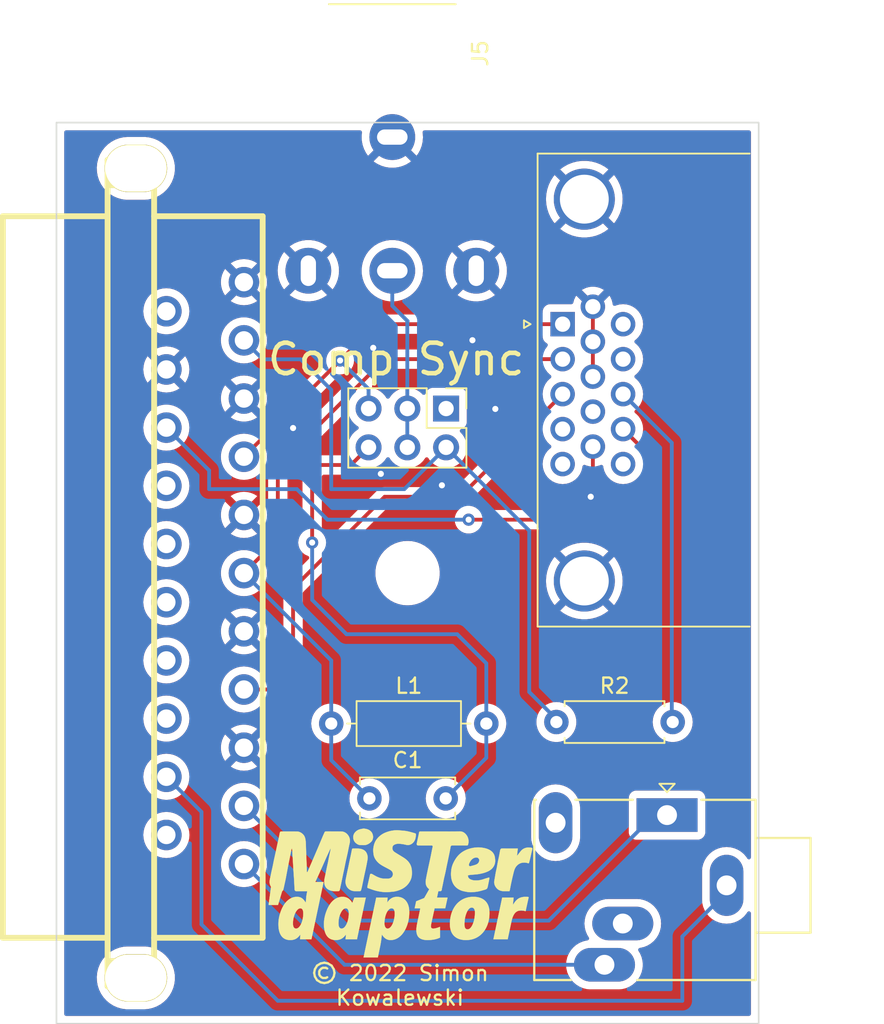
<source format=kicad_pcb>
(kicad_pcb (version 20211014) (generator pcbnew)
  (layers (0 "F.Cu" signal) (31 "B.Cu" signal) (34 "B.Paste" user) (35 "F.Paste" user) (36 "B.SilkS" user "B.Silkscreen") (37 "F.SilkS" user "F.Silkscreen") (38 "B.Mask" user) (39 "F.Mask" user) (44 "Edge.Cuts" user))
  (net 0 "")
  (net 1 "Net-(J4-Pad1)")
  (net 3 "Net-(J4-Pad3)")
  (net 4 "Net-(J4-Pad4)")
  (net 5 "GND")
  (net 11 "Net-(J4-Pad16)")
  (net 18 "Net-(J6-Pad13)")
  (net 21 "Net-(J5-Pad2)")
  (net 22 "Net-(J4-Pad7)")
  (net 23 "Net-(J4-Pad11)")
  (net 24 "Net-(J4-Pad15)")
  (net 25 "Net-(C1-Pad2)")
  (net 26 "Net-(J8-Pad2)")
  (footprint "Inductor_THT:L_Axial_L6.6mm_D2.7mm_P10.16mm_Horizontal_Vishay_IM-2" (layer "F.Cu") (at 43.5 61.85)
    (fp_text reference "L1")
    (fp_text value "L")
  )
  (footprint "MountingHole:MountingHole_3.2mm_M3" (layer "F.Cu") (at 48.5 52)
    (fp_text reference "REF**" hide)
    (fp_text value "MountingHole_3.2mm_M3")
  )
  (footprint "Capacitor_THT:C_Disc_D6.0mm_W2.5mm_P5.00mm" (layer "F.Cu") (at 46 66.75)
    (fp_text reference "C1")
    (fp_text value "C")
  )
  (footprint "Connector_PinHeader_2.54mm:PinHeader_2x03_P2.54mm_Vertical" (layer "F.Cu") (at 51.025 41.225 -90)
    (fp_text reference "J8")
    (fp_text value "Comp Sync")
  )
  (footprint "Connector:SCART.kicad_mod" (layer "F.Cu") (at 30.5 52 -90)
    (fp_text reference "J4" hide)
    (fp_text value "SCART-F" hide)
  )
  (footprint "Connector_Coaxial:CBP C160" (layer "F.Cu") (at 47.5 22 -90)
    (fp_text reference "J5")
    (fp_text value "Conn_Coaxial")
  )
  (footprint "Connector_Audio:Jack_3.5mm_Ledino_KB3SPRS_Horizontal" (layer "F.Cu") (at 65.5 67.8425 180)
    (fp_text reference "J7" hide)
    (fp_text value "AudioJack3")
  )
  (footprint "Connector_Dsub:DSUB-15-HD_Female_Horizontal_P2.29x1.98mm_EdgePinOffset8.35mm_Housed_MountingHolesOffset10.89mm" (layer "F.Cu") (at 58.659669 35.7 90)
    (fp_text reference "J6" hide)
    (fp_text value "DB15_Female_HighDensity")
  )
  (footprint "Resistor_THT:R_Axial_DIN0207_L6.3mm_D2.5mm_P7.62mm_Horizontal" (layer "F.Cu") (at 58.25 61.75)
    (fp_text reference "R2")
    (fp_text value "R")
  )
  (gr_poly (pts (xy 56.274862 73.195067) (xy 56.305005 73.19597) (xy 56.332736 73.197476) (xy 56.358055 73.199583) (xy 56.369811 73.200863) (xy 56.380963 73.202294) (xy 56.391513 73.203876) (xy 56.401459 73.205608) (xy 56.410803 73.207491) (xy 56.419545 73.209525) (xy 56.427683 73.21171) (xy 56.435219 73.214047) (xy 56.232648 74.137701) (xy 56.216229 74.131276) (xy 56.199527 74.125266) (xy 56.182542 74.11967) (xy 56.165275 74.114488) (xy 56.147725 74.10972) (xy 56.129892 74.105367) (xy 56.111777 74.101428) (xy 56.09338 74.097904) (xy 56.0747 74.094794) (xy 56.055737 74.092099) (xy 56.036491 74.089818) (xy 56.016963 74.087952) (xy 55.997153 74.0865) (xy 55.977059 74.085464) (xy 55.956683 74.084842) (xy 55.936025 74.084634) (xy 55.905362 74.085303) (xy 55.875472 74.087309) (xy 55.846354 74.090653) (xy 55.818009 74.095334) (xy 55.790436 74.101352) (xy 55.763636 74.108708) (xy 55.737608 74.117402) (xy 55.712352 74.127434) (xy 55.687869 74.138803) (xy 55.664159 74.151509) (xy 55.641221 74.165554) (xy 55.619055 74.180936) (xy 55.597662 74.197656) (xy 55.577041 74.215714) (xy 55.557193 74.23511) (xy 55.538117 74.255843) (xy 55.520002 74.277652) (xy 55.502433 74.300873) (xy 55.48541 74.325508) (xy 55.468934 74.351557) (xy 55.453005 74.379018) (xy 55.437622 74.407893) (xy 55.422785 74.438181) (xy 55.408494 74.469883) (xy 55.39475 74.502997) (xy 55.381553 74.537524) (xy 55.368902 74.573464) (xy 55.356797 74.610817) (xy 55.345238 74.649582) (xy 55.334226 74.68976) (xy 55.323761 74.731351) (xy 55.313841 74.774355) (xy 55.058203 75.975315) (xy 54.124926 75.975315) (xy 54.701315 73.242986) (xy 55.446489 73.242986) (xy 55.403081 73.698771) (xy 55.422362 73.698771) (xy 55.442059 73.665612) (xy 55.461964 73.63366) (xy 55.482076 73.602914) (xy 55.502395 73.573374) (xy 55.522922 73.54504) (xy 55.543655 73.517912) (xy 55.564596 73.491989) (xy 55.585745 73.467273) (xy 55.6071 73.443763) (xy 55.628663 73.421458) (xy 55.650433 73.400359) (xy 55.67241 73.380465) (xy 55.694595 73.361777) (xy 55.716987 73.344294) (xy 55.739586 73.328017) (xy 55.762392 73.312945) (xy 55.785745 73.298636) (xy 55.809983 73.285249) (xy 55.835108 73.272786) (xy 55.861117 73.261245) (xy 55.888013 73.250628) (xy 55.915794 73.240933) (xy 55.944461 73.232162) (xy 55.974013 73.224314) (xy 56.004451 73.217389) (xy 56.035774 73.211387) (xy 56.067983 73.206309) (xy 56.101077 73.202154) (xy 56.135056 73.198922) (xy 56.169921 73.196613) (xy 56.205671 73.195228) (xy 56.242306 73.194767)) (layer "F.SilkS") (width 0.014) (fill solid))
  (gr_poly (pts (xy 51.961008 68.91178) (xy 51.988043 68.914004) (xy 52.014362 68.917655) (xy 52.039977 68.922687) (xy 52.064897 68.929053) (xy 52.089134 68.936708) (xy 52.112698 68.945605) (xy 52.135601 68.955699) (xy 52.157852 68.966942) (xy 52.179463 68.979291) (xy 52.200444 68.992697) (xy 52.220807 69.007115) (xy 52.240561 69.0225) (xy 52.259718 69.038805) (xy 52.278289 69.055983) (xy 52.296283 69.07399) (xy 52.32083 69.100464) (xy 52.343771 69.12778) (xy 52.365105 69.155909) (xy 52.384833 69.184825) (xy 52.402954 69.214501) (xy 52.419469 69.244909) (xy 52.434378 69.276023) (xy 52.44768 69.307815) (xy 52.459377 69.340258) (xy 52.469467 69.373325) (xy 52.477952 69.406989) (xy 52.48483 69.441223) (xy 52.490103 69.475999) (xy 52.49377 69.511291) (xy 52.495831 69.547071) (xy 52.496287 69.583312) (xy 52.495791 69.59514) (xy 52.495011 69.607003) (xy 52.492672 69.630804) (xy 52.489423 69.65465) (xy 52.485414 69.678474) (xy 52.480797 69.702211) (xy 52.475724 69.725796) (xy 52.464816 69.772247) (xy 52.462494 69.779932) (xy 52.461156 69.783551) (xy 52.459701 69.787023) (xy 52.458129 69.79035) (xy 52.45644 69.793533) (xy 52.454637 69.796574) (xy 52.452719 69.799476) (xy 52.450687 69.802239) (xy 52.448541 69.804865) (xy 52.446283 69.807356) (xy 52.443913 69.809714) (xy 52.441432 69.81194) (xy 52.43884 69.814037) (xy 52.436138 69.816005) (xy 52.433327 69.817847) (xy 52.430408 69.819564) (xy 52.427381 69.821158) (xy 52.421005 69.823983) (xy 52.414207 69.826336) (xy 52.40699 69.828231) (xy 52.399362 69.829681) (xy 52.391327 69.8307) (xy 52.38289 69.831301) (xy 52.374057 69.831499) (xy 52.146542 69.829648) (xy 51.919374 69.829187) (xy 51.464692 69.829654) (xy 51.443594 69.829952) (xy 51.424658 69.830913) (xy 51.407746 69.832633) (xy 51.400006 69.833808) (xy 51.39272 69.83521) (xy 51.38587 69.836851) (xy 51.37944 69.838743) (xy 51.373412 69.840898) (xy 51.36777 69.843328) (xy 51.362494 69.846045) (xy 51.357569 69.849063) (xy 51.352977 69.852393) (xy 51.348701 69.856046) (xy 51.344723 69.860037) (xy 51.341027 69.864375) (xy 51.337594 69.869075) (xy 51.334408 69.874148) (xy 51.331451 69.879605) (xy 51.328705 69.885461) (xy 51.326155 69.891726) (xy 51.323782 69.898413) (xy 51.319499 69.913101) (xy 51.315718 69.929623) (xy 51.312301 69.948077) (xy 51.309109 69.96856) (xy 51.300362 70.022734) (xy 51.290877 70.076908) (xy 51.270215 70.185258) (xy 51.225765 70.401955) (xy 51.12021 70.911278) (xy 51.103859 70.985969) (xy 51.088027 71.060139) (xy 51.057232 71.207611) (xy 51.014392 71.421295) (xy 50.992883 71.527703) (xy 50.970163 71.63359) (xy 50.894235 71.952134) (xy 50.875394 72.042423) (xy 50.857421 72.132712) (xy 50.821997 72.313291) (xy 50.784727 72.489238) (xy 50.746068 72.665186) (xy 50.742379 72.711488) (xy 50.740335 72.72527) (xy 50.737661 72.738138) (xy 50.734337 72.750088) (xy 50.732424 72.755719) (xy 50.73034 72.761119) (xy 50.728082 72.766289) (xy 50.725648 72.771228) (xy 50.723035 72.775936) (xy 50.72024 72.780412) (xy 50.717261 72.784656) (xy 50.714094 72.788668) (xy 50.710738 72.792447) (xy 50.707189 72.795993) (xy 50.703444 72.799306) (xy 50.699502 72.802385) (xy 50.695359 72.805231) (xy 50.691012 72.807842) (xy 50.686459 72.810218) (xy 50.681697 72.812359) (xy 50.676724 72.814265) (xy 50.671536 72.815935) (xy 50.666131 72.817369) (xy 50.660507 72.818566) (xy 50.65466 72.819527) (xy 50.648588 72.820251) (xy 50.642288 72.820737) (xy 50.635757 72.820986) (xy 50.628993 72.820997) (xy 50.621993 72.820769) (xy 50.517524 72.817115) (xy 50.425608 73.242986) (xy 51.120139 73.242986) (xy 50.96821 73.944752) (xy 50.271255 73.944752) (xy 50.068683 74.868405) (xy 50.059639 74.912982) (xy 50.0518 74.953865) (xy 50.045167 74.991056) (xy 50.039739 75.024554) (xy 50.035516 75.05436) (xy 50.0325 75.080473) (xy 50.03069 75.102893) (xy 50.030238 75.112718) (xy 50.030087 75.12162) (xy 50.030235 75.130967) (xy 50.03068 75.140018) (xy 50.031422 75.148772) (xy 50.032461 75.157229) (xy 50.033796 75.165389) (xy 50.035428 75.173252) (xy 50.037357 75.180819) (xy 50.039582 75.188089) (xy 50.042104 75.195063) (xy 50.044923 75.201739) (xy 50.048039 75.208119) (xy 50.051452 75.214202) (xy 50.055161 75.219988) (xy 50.059167 75.225478) (xy 50.063469 75.230671) (xy 50.068069 75.235567) (xy 50.072965 75.240166) (xy 50.078158 75.244469) (xy 50.083647 75.248475) (xy 50.089434 75.252184) (xy 50.095517 75.255597) (xy 50.101897 75.258712) (xy 50.108573 75.261531) (xy 50.115546 75.264053) (xy 50.122816 75.266279) (xy 50.130383 75.268208) (xy 50.138247 75.26984) (xy 50.146407 75.271175) (xy 50.154864 75.272214) (xy 50.163618 75.272956) (xy 50.172668 75.273401) (xy 50.182015 75.273549) (xy 50.202391 75.273106) (xy 50.223728 75.271777) (xy 50.246025 75.269562) (xy 50.269284 75.266461) (xy 50.293503 75.262475) (xy 50.318683 75.257602) (xy 50.371926 75.245201) (xy 50.429012 75.229257) (xy 50.489942 75.209773) (xy 50.554715 75.186747) (xy 50.623332 75.160181) (xy 50.623332 75.861947) (xy 50.581694 75.881513) (xy 50.538776 75.899817) (xy 50.494576 75.916859) (xy 50.449094 75.932638) (xy 50.402332 75.947155) (xy 50.354288 75.960411) (xy 50.304962 75.972404) (xy 50.254356 75.983134) (xy 50.202469 75.992603) (xy 50.1493 76.000809) (xy 50.09485 76.007752) (xy 50.039119 76.013433) (xy 49.982108 76.017852) (xy 49.923815 76.021008) (xy 49.864241 76.022902) (xy 49.803387 76.023534) (xy 49.759442 76.02294) (xy 49.716834 76.02116) (xy 49.675564 76.018192) (xy 49.635632 76.014038) (xy 49.597038 76.008697) (xy 49.559781 76.002169) (xy 49.523862 75.994454) (xy 49.48928 75.985552) (xy 49.456036 75.975463) (xy 49.42413 75.964187) (xy 49.393562 75.951724) (xy 49.364331 75.938074) (xy 49.336438 75.923237) (xy 49.309882 75.907213) (xy 49.284664 75.890003) (xy 49.260784 75.871605) (xy 49.238591 75.85155) (xy 49.217829 75.829968) (xy 49.1985 75.806861) (xy 49.180603 75.782228) (xy 49.164139 75.75607) (xy 49.149106 75.728385) (xy 49.135506 75.699174) (xy 49.123337 75.668437) (xy 49.112601 75.636174) (xy 49.103296 75.602385) (xy 49.095422 75.567069) (xy 49.088981 75.530228) (xy 49.083971 75.49186) (xy 49.080392 75.451966) (xy 49.078245 75.410546) (xy 49.07753 75.3676) (xy 49.078434 75.320422) (xy 49.081147 75.27053) (xy 49.085669 75.217924) (xy 49.091999 75.162605) (xy 49.100138 75.104572) (xy 49.110086 75.043826) (xy 49.121842 74.980369) (xy 49.135407 74.914201) (xy 49.337979 73.944752) (xy 48.966586 73.944752) (xy 49.065447 73.486578) (xy 49.591193 73.274348) (xy 49.921566 72.695572) (xy 49.921855 72.695572) (xy 49.903683 72.681503) (xy 49.88602 72.666935) (xy 49.8689 72.651872) (xy 49.852362 72.636319) (xy 49.836441 72.620282) (xy 49.821176 72.603765) (xy 49.806602 72.586774) (xy 49.792756 72.569312) (xy 49.779675 72.551387) (xy 49.767397 72.533001) (xy 49.755957 72.51416) (xy 49.745393 72.49487) (xy 49.735741 72.475135) (xy 49.727038 72.45496) (xy 49.719322 72.43435) (xy 49.712628 72.41331) (xy 49.707679 72.394738) (xy 49.703251 72.375859) (xy 49.699344 72.356714) (xy 49.695958 72.337344) (xy 49.693092 72.317788) (xy 49.690747 72.298089) (xy 49.688924 72.278287) (xy 49.687621 72.258422) (xy 49.686839 72.238536) (xy 49.686577 72.218669) (xy 49.686837 72.198861) (xy 49.687618 72.179154) (xy 49.68892 72.159588) (xy 49.690743 72.140204) (xy 49.693087 72.121043) (xy 49.695951 72.102146) (xy 49.712588 72.003526) (xy 49.730418 71.904928) (xy 49.768881 71.707884) (xy 49.851534 71.31501) (xy 49.99413 70.661247) (xy 50.026573 70.50457) (xy 50.057803 70.348237) (xy 50.120086 70.035228) (xy 50.123706 70.019949) (xy 50.127519 70.00467) (xy 50.13512 69.974113) (xy 50.138605 69.958835) (xy 50.141678 69.943556) (xy 50.144189 69.928277) (xy 50.145186 69.920638) (xy 50.145986 69.912998) (xy 50.146678 69.903211) (xy 50.14676 69.898531) (xy 50.146664 69.893996) (xy 50.146386 69.889606) (xy 50.145927 69.885362) (xy 50.145285 69.881265) (xy 50.144457 69.877316) (xy 50.143441 69.873517) (xy 50.142237 69.869868) (xy 50.140843 69.86637) (xy 50.139256 69.863024) (xy 50.137475 69.859832) (xy 50.135499 69.856794) (xy 50.133325 69.853911) (xy 50.130952 69.851184) (xy 50.128379 69.848615) (xy 50.125603 69.846205) (xy 50.122623 69.843953) (xy 50.119437 69.841863) (xy 50.116043 69.839933) (xy 50.11244 69.838166) (xy 50.108626 69.836563) (xy 50.104599 69.835123) (xy 50.100358 69.83385) (xy 50.095901 69.832743) (xy 50.091226 69.831803) (xy 50.086332 69.831032) (xy 50.081216 69.830431) (xy 50.075877 69.83) (xy 50.070314 69.829741) (xy 50.064524 69.829654) (xy 49.862815 69.831505) (xy 49.660754 69.831965) (xy 49.256986 69.831499) (xy 49.231557 69.831132) (xy 49.208695 69.829954) (xy 49.188319 69.827849) (xy 49.179037 69.826412) (xy 49.170347 69.824699) (xy 49.162237 69.822696) (xy 49.154697 69.820388) (xy 49.147718 69.817761) (xy 49.141288 69.8148) (xy 49.135399 69.81149) (xy 49.130039 69.807817) (xy 49.125199 69.803766) (xy 49.120869 69.799322) (xy 49.117037 69.794472) (xy 49.113695 69.7892) (xy 49.110831 69.783493) (xy 49.108436 69.777334) (xy 49.1065 69.77071) (xy 49.105012 69.763606) (xy 49.103962 69.756008) (xy 49.10334 69.747901) (xy 49.103135 69.73927) (xy 49.103338 69.730101) (xy 49.103939 69.720379) (xy 49.104927 69.71009) (xy 49.108023 69.68775) (xy 49.112546 69.662967) (xy 49.148397 69.492399) (xy 49.18546 69.322176) (xy 49.222176 69.151953) (xy 49.256986 68.981385) (xy 49.258077 68.976143) (xy 49.259266 68.971175) (xy 49.260555 68.966475) (xy 49.261943 68.962037) (xy 49.263431 68.957851) (xy 49.265021 68.953913) (xy 49.266713 68.950214) (xy 49.268507 68.946747) (xy 49.270404 68.943505) (xy 49.272406 68.940482) (xy 49.274511 68.937669) (xy 49.276722 68.93506) (xy 49.279039 68.932648) (xy 49.281462 68.930426) (xy 49.283992 68.928386) (xy 49.28663 68.926521) (xy 49.289377 68.924825) (xy 49.292233 68.923289) (xy 49.295199 68.921908) (xy 49.298275 68.920673) (xy 49.301462 68.919578) (xy 49.304762 68.918616) (xy 49.311699 68.917061) (xy 49.319091 68.91595) (xy 49.326945 68.915227) (xy 49.335264 68.914836) (xy 49.344056 68.914718) (xy 50.67014 68.914718) (xy 51.300998 68.914956) (xy 51.616861 68.913949) (xy 51.933246 68.911028)) (layer "F.SilkS") (width 0.014) (fill solid))
  (gr_poly (pts (xy 43.651667 68.913101) (xy 43.897529 68.913127) (xy 44.143392 68.914718) (xy 44.178378 68.916058) (xy 44.212494 68.919359) (xy 44.245736 68.924588) (xy 44.278102 68.931707) (xy 44.309589 68.940682) (xy 44.340194 68.951478) (xy 44.369914 68.964059) (xy 44.398748 68.97839) (xy 44.426691 68.994436) (xy 44.453742 69.012161) (xy 44.479898 69.03153) (xy 44.505155 69.052508) (xy 44.529512 69.075059) (xy 44.552966 69.099148) (xy 44.575513 69.124739) (xy 44.597152 69.151799) (xy 44.62021 69.183964) (xy 44.640802 69.21656) (xy 44.65898 69.249585) (xy 44.674795 69.283036) (xy 44.688298 69.31691) (xy 44.699541 69.351205) (xy 44.708576 69.385918) (xy 44.715454 69.421045) (xy 44.720227 69.456585) (xy 44.722946 69.492535) (xy 44.723662 69.528892) (xy 44.722428 69.565653) (xy 44.719295 69.602815) (xy 44.714315 69.640376) (xy 44.707538 69.678334) (xy 44.699017 69.716684) (xy 44.680991 69.793325) (xy 44.664202 69.870379) (xy 44.633032 70.025291) (xy 44.602905 70.18055) (xy 44.571216 70.335287) (xy 44.456401 70.842729) (xy 44.430615 70.966647) (xy 44.405696 71.090915) (xy 44.356381 71.339102) (xy 44.287869 71.653956) (xy 44.208215 72.033633) (xy 44.148963 72.322551) (xy 44.103344 72.525358) (xy 44.081487 72.626762) (xy 44.071331 72.677463) (xy 44.061892 72.728164) (xy 44.060954 72.733308) (xy 44.059877 72.73832) (xy 44.058663 72.743198) (xy 44.057314 72.747941) (xy 44.055832 72.752547) (xy 44.054219 72.757014) (xy 44.052478 72.761341) (xy 44.05061 72.765525) (xy 44.048617 72.769566) (xy 44.046501 72.773462) (xy 44.044265 72.77721) (xy 44.04191 72.78081) (xy 44.039438 72.784259) (xy 44.036852 72.787556) (xy 44.034153 72.790698) (xy 44.031344 72.793685) (xy 44.028426 72.796515) (xy 44.025402 72.799186) (xy 44.022273 72.801696) (xy 44.019042 72.804043) (xy 44.01571 72.806226) (xy 44.01228 72.808244) (xy 44.008754 72.810094) (xy 44.005133 72.811775) (xy 44.00142 72.813284) (xy 43.997617 72.814621) (xy 43.993725 72.815784) (xy 43.989747 72.816771) (xy 43.985685 72.81758) (xy 43.981541 72.818209) (xy 43.977317 72.818658) (xy 43.973015 72.818924) (xy 43.832834 72.823348) (xy 43.76296 72.824093) (xy 43.728115 72.823615) (xy 43.693346 72.822385) (xy 43.658664 72.820266) (xy 43.62408 72.817118) (xy 43.589604 72.812804) (xy 43.555248 72.807185) (xy 43.521022 72.800123) (xy 43.486937 72.79148) (xy 43.453004 72.781117) (xy 43.419234 72.768896) (xy 43.379974 72.752463) (xy 43.342771 72.734405) (xy 43.307641 72.714704) (xy 43.274599 72.69334) (xy 43.243663 72.670294) (xy 43.214849 72.645547) (xy 43.188173 72.61908) (xy 43.16365 72.590875) (xy 43.141299 72.560911) (xy 43.121133 72.52917) (xy 43.103171 72.495634) (xy 43.087428 72.460281) (xy 43.07392 72.423095) (xy 43.062665 72.384056) (xy 43.053677 72.343144) (xy 43.046973 72.30034) (xy 43.043526 72.270233) (xy 43.041452 72.240324) (xy 43.040647 72.210594) (xy 43.041008 72.181023) (xy 43.042432 72.151594) (xy 43.044817 72.122286) (xy 43.048059 72.093082) (xy 43.052055 72.063961) (xy 43.061897 72.005896) (xy 43.07352 71.94794) (xy 43.098809 71.831749) (xy 43.127372 71.696723) (xy 43.155066 71.561352) (xy 43.209934 71.290955) (xy 43.274757 70.996466) (xy 43.384038 70.448257) (xy 43.454431 70.120417) (xy 43.45541 70.115535) (xy 43.456273 70.110615) (xy 43.457701 70.100684) (xy 43.458826 70.090667) (xy 43.459756 70.080608) (xy 43.461463 70.060532) (xy 43.462458 70.050601) (xy 43.463691 70.040799) (xy 43.462629 70.040473) (xy 43.461528 70.040187) (xy 43.460395 70.039941) (xy 43.459235 70.039729) (xy 43.458053 70.03955) (xy 43.456855 70.039401) (xy 43.454431 70.039182) (xy 43.452007 70.039049) (xy 43.449627 70.038982) (xy 43.445171 70.038954) (xy 43.255321 70.448713) (xy 43.161784 70.654631) (xy 43.071028 70.86125) (xy 42.702493 71.687308) (xy 42.577842 71.955804) (xy 42.452823 72.222893) (xy 42.997958 72.222893) (xy 42.202141 75.975315) (xy 41.456967 75.975315) (xy 41.481094 75.678693) (xy 41.461778 75.678693) (xy 41.444539 75.702064) (xy 41.427187 75.72455) (xy 41.409722 75.746151) (xy 41.392144 75.766866) (xy 41.374452 75.786695) (xy 41.356648 75.805639) (xy 41.338731 75.823697) (xy 41.320701 75.84087) (xy 41.302558 75.857158) (xy 41.284301 75.87256) (xy 41.265932 75.887076) (xy 41.24745 75.900707) (xy 41.228854 75.913453) (xy 41.210146 75.925313) (xy 41.191324 75.936287) (xy 41.17239 75.946376) (xy 41.153192 75.955721) (xy 41.13358 75.964462) (xy 41.113553 75.972601) (xy 41.093113 75.980136) (xy 41.072259 75.987068) (xy 41.05099 75.993398) (xy 41.029307 75.999124) (xy 41.007209 76.004247) (xy 40.984697 76.008768) (xy 40.961771 76.012686) (xy 40.93843 76.016) (xy 40.914674 76.018712) (xy 40.890503 76.020822) (xy 40.865918 76.022328) (xy 40.840917 76.023232) (xy 40.815502 76.023534) (xy 40.768589 76.022488) (xy 40.723109 76.019351) (xy 40.67906 76.014123) (xy 40.636443 76.006803) (xy 40.595258 75.997393) (xy 40.555505 75.985891) (xy 40.517183 75.972297) (xy 40.480294 75.956613) (xy 40.444836 75.938837) (xy 40.410811 75.91897) (xy 40.378217 75.897012) (xy 40.347055 75.872962) (xy 40.317325 75.846821) (xy 40.289027 75.818589) (xy 40.26216 75.788265) (xy 40.236726 75.75585) (xy 40.21278 75.721174) (xy 40.190378 75.684671) (xy 40.169521 75.64634) (xy 40.150209 75.606182) (xy 40.132442 75.564196) (xy 40.116219 75.520383) (xy 40.101541 75.474743) (xy 40.088408 75.427274) (xy 40.07682 75.377978) (xy 40.066777 75.326855) (xy 40.058279 75.273904) (xy 40.051326 75.219126) (xy 40.045918 75.16252) (xy 40.042056 75.104086) (xy 40.039738 75.043825) (xy 40.038965 74.981737) (xy 40.039626 74.928671) (xy 40.991522 74.928671) (xy 40.991725 74.949887) (xy 40.992332 74.970431) (xy 40.993345 74.990301) (xy 40.994764 75.009497) (xy 40.996587 75.02802) (xy 40.998815 75.04587) (xy 41.001449 75.063046) (xy 41.004488 75.079548) (xy 41.007932 75.095377) (xy 41.011781 75.110533) (xy 41.016035 75.125015) (xy 41.020695 75.138824) (xy 41.025759 75.151959) (xy 41.031228 75.164421) (xy 41.037103 75.176209) (xy 41.043383 75.187324) (xy 41.050068 75.197765) (xy 41.057157 75.207532) (xy 41.064652 75.216626) (xy 41.072552 75.225046) (xy 41.080857 75.232793) (xy 41.089567 75.239866) (xy 41.098682 75.246266) (xy 41.108202 75.251992) (xy 41.118127 75.257044) (xy 41.128457 75.261423) (xy 41.139192 75.265128) (xy 41.150332 75.26816) (xy 41.161877 75.270517) (xy 41.173826 75.272202) (xy 41.186181 75.273212) (xy 41.198941 75.273549) (xy 41.213966 75.273002) (xy 41.228897 75.271363) (xy 41.243733 75.26863) (xy 41.258475 75.264805) (xy 41.273122 75.259887) (xy 41.287675 75.253876) (xy 41.302134 75.246772) (xy 41.316499 75.238575) (xy 41.330769 75.229286) (xy 41.344946 75.218903) (xy 41.359028 75.207428) (xy 41.373016 75.194861) (xy 41.38691 75.181201) (xy 41.40071 75.166448) (xy 41.414416 75.150603) (xy 41.428028 75.133665) (xy 41.441715 75.115513) (xy 41.455045 75.096625) (xy 41.468018 75.077002) (xy 41.480632 75.056645) (xy 41.492889 75.035552) (xy 41.504787 75.013724) (xy 41.516328 74.991162) (xy 41.527511 74.967865) (xy 41.538336 74.943833) (xy 41.548803 74.919066) (xy 41.558912 74.893564) (xy 41.568662 74.867328) (xy 41.578055 74.840357) (xy 41.58709 74.812652) (xy 41.604084 74.755038) (xy 41.619345 74.696105) (xy 41.632571 74.637474) (xy 41.643762 74.579144) (xy 41.652918 74.521116) (xy 41.66004 74.463389) (xy 41.665127 74.405964) (xy 41.668179 74.34884) (xy 41.669197 74.292017) (xy 41.669008 74.270652) (xy 41.668443 74.249966) (xy 41.6675 74.229957) (xy 41.666181 74.210627) (xy 41.664485 74.191975) (xy 41.662412 74.174001) (xy 41.659962 74.156706) (xy 41.657135 74.140088) (xy 41.653931 74.124149) (xy 41.650351 74.108889) (xy 41.646393 74.094306) (xy 41.642059 74.080402) (xy 41.637348 74.067176) (xy 41.63226 74.054629) (xy 41.626795 74.042759) (xy 41.620953 74.031568) (xy 41.614735 74.021055) (xy 41.608139 74.01122) (xy 41.601167 74.002064) (xy 41.593819 73.993586) (xy 41.586093 73.985786) (xy 41.577991 73.978664) (xy 41.569511 73.972221) (xy 41.560656 73.966456) (xy 41.551423 73.961369) (xy 41.541814 73.95696) (xy 41.531828 73.95323) (xy 41.521465 73.950178) (xy 41.510725 73.947804) (xy 41.499609 73.946108) (xy 41.488116 73.945091) (xy 41.476247 73.944752) (xy 41.461495 73.945308) (xy 41.446781 73.946976) (xy 41.432104 73.949756) (xy 41.417465 73.953648) (xy 41.402864 73.958652) (xy 41.3883 73.964768) (xy 41.373774 73.971995) (xy 41.359286 73.980334) (xy 41.344836 73.989785) (xy 41.330423 74.000347) (xy 41.316047 74.01202) (xy 41.30171 74.024805) (xy 41.28741 74.038702) (xy 41.273148 74.053709) (xy 41.258923 74.069828) (xy 41.244737 74.087058) (xy 41.230739 74.105201) (xy 41.21708 74.12406) (xy 41.203761 74.143635) (xy 41.190782 74.163927) (xy 41.178141 74.184934) (xy 41.165841 74.206657) (xy 41.153879 74.229096) (xy 41.142257 74.25225) (xy 41.130974 74.276121) (xy 41.12003 74.300708) (xy 41.109425 74.326011) (xy 41.099158 74.352029) (xy 41.079643 74.406214) (xy 41.061481 74.463263) (xy 41.045089 74.521177) (xy 41.030881 74.579165) (xy 41.018857 74.637227) (xy 41.009018 74.695364) (xy 41.001364 74.753576) (xy 40.995897 74.811864) (xy 40.992616 74.870229) (xy 40.991522 74.928671) (xy 40.039626 74.928671) (xy 40.039634 74.928013) (xy 40.04164 74.874158) (xy 40.044984 74.820171) (xy 40.049665 74.766052) (xy 40.055683 74.711801) (xy 40.063039 74.657419) (xy 40.071733 74.602904) (xy 40.081765 74.548258) (xy 40.093134 74.493479) (xy 40.10584 74.438569) (xy 40.119885 74.383527) (xy 40.135267 74.328353) (xy 40.151987 74.273047) (xy 40.170045 74.217609) (xy 40.189441 74.16204) (xy 40.210175 74.106338) (xy 40.232256 74.051409) (xy 40.25509 73.998158) (xy 40.278679 73.946583) (xy 40.303022 73.896685) (xy 40.328118 73.848464) (xy 40.353968 73.80192) (xy 40.380572 73.757053) (xy 40.407929 73.713862) (xy 40.43604 73.672349) (xy 40.464904 73.632512) (xy 40.494522 73.594352) (xy 40.524894 73.557868) (xy 40.556019 73.523061) (xy 40.587898 73.489931) (xy 40.620529 73.458477) (xy 40.653915 73.4287) (xy 40.687893 73.400374) (xy 40.722306 73.373874) (xy 40.757152 73.349202) (xy 40.792431 73.326358) (xy 40.828144 73.30534) (xy 40.86429 73.28615) (xy 40.90087 73.268788) (xy 40.937883 73.253253) (xy 40.975329 73.239545) (xy 41.013209 73.227666) (xy 41.051522 73.217613) (xy 41.090268 73.209389) (xy 41.129447 73.202991) (xy 41.16906 73.198422) (xy 41.209105 73.19568) (xy 41.249584 73.194767) (xy 41.271966 73.195059) (xy 41.293896 73.195935) (xy 41.315374 73.197396) (xy 41.3364 73.199441) (xy 41.356974 73.20207) (xy 41.377095 73.205283) (xy 41.396765 73.209081) (xy 41.415982 73.213462) (xy 41.434747 73.218428) (xy 41.45306 73.223977) (xy 41.47092 73.230111) (xy 41.488329 73.236828) (xy 41.505285 73.24413) (xy 41.521789 73.252015) (xy 41.537841 73.260484) (xy 41.553441 73.269537) (xy 41.5689 73.279154) (xy 41.584528 73.289921) (xy 41.600325 73.301836) (xy 41.616293 73.314901) (xy 41.632429 73.329114) (xy 41.648736 73.344476) (xy 41.665212 73.360988) (xy 41.681857 73.378648) (xy 41.698672 73.397458) (xy 41.715657 73.417417) (xy 41.732811 73.438526) (xy 41.750135 73.460784) (xy 41.767628 73.484192) (xy 41.785291 73.508749) (xy 41.803123 73.534456) (xy 41.821125 73.561312) (xy 41.840406 73.561312) (xy 41.845217 73.472109) (xy 41.849852 73.391132) (xy 41.855317 73.314601) (xy 41.861611 73.242516) (xy 41.868735 73.174877) (xy 41.876688 73.111684) (xy 41.88547 73.052938) (xy 41.89508 72.998639) (xy 41.905518 72.948787) (xy 41.93055 72.82728) (xy 41.758098 72.826046) (xy 41.585372 72.825843) (xy 41.239347 72.826339) (xy 41.221914 72.825816) (xy 41.213663 72.825161) (xy 41.205719 72.82424) (xy 41.198078 72.823054) (xy 41.190738 72.8216) (xy 41.183697 72.819877) (xy 41.176951 72.817885) (xy 41.170498 72.815621) (xy 41.164336 72.813084) (xy 41.158461 72.810273) (xy 41.152871 72.807187) (xy 41.147563 72.803824) (xy 41.142534 72.800183) (xy 41.137782 72.796262) (xy 41.133304 72.792061) (xy 41.129097 72.787578) (xy 41.125159 72.782811) (xy 41.121487 72.777759) (xy 41.118078 72.772421) (xy 41.11493 72.766795) (xy 41.112039 72.760881) (xy 41.109403 72.754676) (xy 41.10702 72.74818) (xy 41.104887 72.741391) (xy 41.103 72.734307) (xy 41.101358 72.726928) (xy 41.099957 72.719252) (xy 41.097869 72.703004) (xy 41.096715 72.685552) (xy 41.084213 72.394095) (xy 41.068933 72.104027) (xy 41.059993 71.962632) (xy 41.050185 71.821584) (xy 41.030047 71.539141) (xy 41.02232 71.417191) (xy 41.015462 71.295585) (xy 41.002266 71.052029) (xy 40.961534 70.41306) (xy 40.946703 70.146353) (xy 40.945759 70.132434) (xy 40.944358 70.118343) (xy 40.942566 70.103907) (xy 40.940449 70.088949) (xy 40.930027 70.020433) (xy 40.9266 70.024473) (xy 40.923273 70.028267) (xy 40.92006 70.031833) (xy 40.916975 70.035187) (xy 40.91124 70.041325) (xy 40.906178 70.046811) (xy 40.903933 70.04935) (xy 40.901897 70.051776) (xy 40.900084 70.054104) (xy 40.898507 70.056351) (xy 40.897811 70.057449) (xy 40.897179 70.058533) (xy 40.896613 70.059605) (xy 40.896115 70.060666) (xy 40.895686 70.06172) (xy 40.895327 70.062768) (xy 40.895042 70.063812) (xy 40.89483 70.064854) (xy 40.7726 70.685302) (xy 40.711713 70.985343) (xy 40.652215 71.285384) (xy 40.52814 71.952134) (xy 40.504986 72.068497) (xy 40.480441 72.184339) (xy 40.429965 72.415155) (xy 40.411795 72.50015) (xy 40.392934 72.585322) (xy 40.383026 72.627811) (xy 40.372684 72.670147) (xy 40.36182 72.712265) (xy 40.350347 72.754101) (xy 40.349669 72.756388) (xy 40.348849 72.758704) (xy 40.346809 72.7634) (xy 40.344269 72.768151) (xy 40.341276 72.772917) (xy 40.337871 72.777659) (xy 40.3341 72.782337) (xy 40.330006 72.786914) (xy 40.325634 72.791349) (xy 40.321028 72.795603) (xy 40.316231 72.799638) (xy 40.311288 72.803414) (xy 40.306243 72.806892) (xy 40.30114 72.810033) (xy 40.296022 72.812798) (xy 40.290935 72.815147) (xy 40.285922 72.817043) (xy 40.014838 73.7229) (xy 39.397464 73.7229) (xy 39.558762 72.539954) (xy 39.548407 72.52288) (xy 39.538496 72.505396) (xy 39.529042 72.487489) (xy 39.52006 72.469144) (xy 39.511563 72.450347) (xy 39.503566 72.431083) (xy 39.496083 72.411339) (xy 39.489128 72.3911) (xy 39.480382 72.362013) (xy 39.473507 72.333083) (xy 39.46838 72.304294) (xy 39.464874 72.275629) (xy 39.462866 72.247073) (xy 39.46223 72.218608) (xy 39.462842 72.190219) (xy 39.464577 72.16189) (xy 39.467311 72.133604) (xy 39.470918 72.105345) (xy 39.475274 72.077098) (xy 39.480255 72.048845) (xy 39.491589 71.992259) (xy 39.503923 71.935458) (xy 39.525252 71.838257) (xy 39.545367 71.741235) (xy 39.565135 71.644561) (xy 39.585422 71.548401) (xy 39.630574 71.349303) (xy 39.652891 71.249927) (xy 39.674336 71.150204) (xy 39.696009 71.042926) (xy 39.717159 70.935124) (xy 39.738655 70.826974) (xy 39.76137 70.718654) (xy 39.87434 70.211176) (xy 39.976204 69.729634) (xy 40.052132 69.396259) (xy 40.124371 69.035103) (xy 40.128803 69.015744) (xy 40.133176 68.998557) (xy 40.137648 68.983416) (xy 40.142374 68.970193) (xy 40.144882 68.964262) (xy 40.147513 68.958761) (xy 40.150287 68.953677) (xy 40.153223 68.948992) (xy 40.15634 68.944691) (xy 40.159659 68.940759) (xy 40.163199 68.937178) (xy 40.16698 68.933933) (xy 40.171021 68.931009) (xy 40.175342 68.928388) (xy 40.179964 68.926056) (xy 40.184904 68.923996) (xy 40.190184 68.922193) (xy 40.195822 68.92063) (xy 40.201839 68.919291) (xy 40.208254 68.918161) (xy 40.222357 68.916464) (xy 40.238288 68.915409) (xy 40.256204 68.914869) (xy 40.276263 68.914718) (xy 40.767988 68.913557) (xy 41.01385 68.91393) (xy 41.259712 68.916563) (xy 41.27833 68.917335) (xy 41.297008 68.918943) (xy 41.315718 68.921363) (xy 41.334436 68.924576) (xy 41.353133 68.928557) (xy 41.371782 68.933286) (xy 41.390358 68.938739) (xy 41.408833 68.944896) (xy 41.42718 68.951734) (xy 41.445373 68.95923) (xy 41.48119 68.976112) (xy 41.516067 68.995366) (xy 41.549791 69.016814) (xy 41.582148 69.040281) (xy 41.612924 69.065589) (xy 41.641903 69.092564) (xy 41.668872 69.121027) (xy 41.693616 69.150804) (xy 41.705088 69.16613) (xy 41.715922 69.181717) (xy 41.726093 69.197545) (xy 41.735574 69.213591) (xy 41.744339 69.229832) (xy 41.752359 69.246248) (xy 41.76357 69.27242) (xy 41.773637 69.298833) (xy 41.782629 69.325468) (xy 41.790617 69.352307) (xy 41.797673 69.379331) (xy 41.803865 69.406519) (xy 41.809266 69.433854) (xy 41.813945 69.461317) (xy 41.82142 69.516549) (xy 41.826854 69.572064) (xy 41.830812 69.627709) (xy 41.833858 69.683332) (xy 41.842366 69.876731) (xy 41.849138 70.070653) (xy 41.861639 70.459362) (xy 41.887576 71.087226) (xy 41.902371 71.542831) (xy 41.902845 71.545956) (xy 41.903555 71.549081) (xy 41.904477 71.552206) (xy 41.905587 71.55533) (xy 41.906859 71.558455) (xy 41.90827 71.561579) (xy 41.909796 71.564703) (xy 41.911411 71.567827) (xy 41.918277 71.580324) (xy 41.921611 71.586573) (xy 41.923167 71.589698) (xy 41.924618 71.592823) (xy 41.928857 71.587347) (xy 41.933181 71.582003) (xy 41.941742 71.571535) (xy 41.945805 71.566322) (xy 41.947745 71.563703) (xy 41.949609 71.561066) (xy 41.951386 71.558408) (xy 41.953065 71.555722) (xy 41.954636 71.553004) (xy 41.956089 71.550247) (xy 42.139452 71.122423) (xy 42.224413 70.927954) (xy 42.307984 70.733485) (xy 42.44943 70.405663) (xy 42.589487 70.07784) (xy 42.780019 69.627788) (xy 42.969164 69.177735) (xy 43.061768 68.974006) (xy 43.065373 68.965994) (xy 43.069253 68.958617) (xy 43.07342 68.951858) (xy 43.077889 68.945702) (xy 43.082673 68.940131) (xy 43.087785 68.935129) (xy 43.090468 68.932837) (xy 43.093239 68.930681) (xy 43.096098 68.92866) (xy 43.099048 68.926771) (xy 43.105227 68.923381) (xy 43.111787 68.920496) (xy 43.118744 68.918099) (xy 43.126111 68.916174) (xy 43.1339 68.914705) (xy 43.142126 68.913676) (xy 43.150803 68.913071) (xy 43.159943 68.912873)) (layer "F.SilkS") (width 0.014) (fill solid))
  (gr_poly (pts (xy 48.127689 68.85663) (xy 48.201392 68.862827) (xy 48.27527 68.87026) (xy 48.349321 68.879387) (xy 48.423548 68.890662) (xy 48.496225 68.904317) (xy 48.568446 68.920031) (xy 48.640277 68.937436) (xy 48.711782 68.956165) (xy 48.854077 68.99612) (xy 48.99585 69.036948) (xy 48.997954 69.037549) (xy 49.000095 69.038306) (xy 49.002266 69.03921) (xy 49.00446 69.040255) (xy 49.00889 69.042737) (xy 49.013331 69.045691) (xy 49.017729 69.049058) (xy 49.02203 69.052777) (xy 49.026178 69.05679) (xy 49.03012 69.061036) (xy 49.033802 69.065456) (xy 49.037169 69.069989) (xy 49.040168 69.074577) (xy 49.042742 69.079159) (xy 49.044839 69.083676) (xy 49.045692 69.085891) (xy 49.046405 69.088067) (xy 49.046971 69.090198) (xy 49.047384 69.092274) (xy 49.047636 69.09429) (xy 49.047722 69.096236) (xy 49.045651 69.138155) (xy 49.042788 69.179819) (xy 49.038948 69.221145) (xy 49.033947 69.262055) (xy 49.027601 69.302464) (xy 49.019724 69.342293) (xy 49.010133 69.381461) (xy 48.998642 69.419884) (xy 48.985068 69.457483) (xy 48.969226 69.494176) (xy 48.950931 69.529881) (xy 48.929999 69.564518) (xy 48.918487 69.58141) (xy 48.906246 69.598004) (xy 48.893254 69.614291) (xy 48.879487 69.630259) (xy 48.864922 69.645899) (xy 48.849537 69.6612) (xy 48.833308 69.676154) (xy 48.816212 69.690748) (xy 48.796918 69.705588) (xy 48.777239 69.719524) (xy 48.75718 69.732522) (xy 48.736746 69.744546) (xy 48.715944 69.755561) (xy 48.694777 69.765531) (xy 48.673253 69.774422) (xy 48.651377 69.782198) (xy 48.629152 69.788823) (xy 48.606587 69.794263) (xy 48.583684 69.798482) (xy 48.560451 69.801445) (xy 48.536892 69.803116) (xy 48.513013 69.80346) (xy 48.488819 69.802443) (xy 48.464316 69.800028) (xy 48.201298 69.744465) (xy 48.077414 69.729182) (xy 48.015375 69.722451) (xy 47.98436 69.719882) (xy 47.953358 69.718062) (xy 47.922379 69.717154) (xy 47.891428 69.717321) (xy 47.860516 69.718724) (xy 47.82965 69.721528) (xy 47.798838 69.725894) (xy 47.768088 69.731986) (xy 47.737408 69.739967) (xy 47.706807 69.75) (xy 47.689219 69.756438) (xy 47.671936 69.763305) (xy 47.655043 69.770682) (xy 47.638628 69.778652) (xy 47.622778 69.787294) (xy 47.607578 69.79669) (xy 47.593117 69.806922) (xy 47.57948 69.818071) (xy 47.572998 69.824015) (xy 47.566755 69.830219) (xy 47.560761 69.836692) (xy 47.555028 69.843446) (xy 47.549566 69.85049) (xy 47.544386 69.857834) (xy 47.539499 69.865489) (xy 47.534916 69.873465) (xy 47.530648 69.881772) (xy 47.526706 69.89042) (xy 47.523099 69.899419) (xy 47.51984 69.908779) (xy 47.516939 69.918512) (xy 47.514407 69.928626) (xy 47.512255 69.939132) (xy 47.510493 69.95004) (xy 47.507458 69.975919) (xy 47.506533 69.988483) (xy 47.506007 70.000806) (xy 47.505882 70.012892) (xy 47.506161 70.024748) (xy 47.506847 70.036381) (xy 47.507943 70.047796) (xy 47.509451 70.058999) (xy 47.511374 70.069997) (xy 47.513715 70.080795) (xy 47.516477 70.0914) (xy 47.519661 70.101818) (xy 47.523272 70.112055) (xy 47.527311 70.122117) (xy 47.531781 70.13201) (xy 47.536686 70.14174) (xy 47.542027 70.151314) (xy 47.547808 70.160737) (xy 47.554031 70.170015) (xy 47.560699 70.179155) (xy 47.567815 70.188163) (xy 47.575381 70.197045) (xy 47.583401 70.205807) (xy 47.591876 70.214454) (xy 47.60081 70.222994) (xy 47.610205 70.231432) (xy 47.620064 70.239774) (xy 47.641185 70.256197) (xy 47.664194 70.272309) (xy 47.73405 70.317584) (xy 47.804581 70.361905) (xy 47.946883 70.448724) (xy 48.089533 70.534848) (xy 48.160497 70.5783) (xy 48.230961 70.62236) (xy 48.263683 70.643484) (xy 48.295841 70.66521) (xy 48.32739 70.687576) (xy 48.358288 70.71062) (xy 48.388492 70.73438) (xy 48.417957 70.758894) (xy 48.446641 70.7842) (xy 48.474499 70.810336) (xy 48.50149 70.83734) (xy 48.527569 70.86525) (xy 48.552693 70.894105) (xy 48.576819 70.923942) (xy 48.599904 70.954799) (xy 48.621904 70.986715) (xy 48.642775 71.019727) (xy 48.662475 71.053874) (xy 48.67463 71.076595) (xy 48.686097 71.099604) (xy 48.69688 71.122885) (xy 48.706986 71.14642) (xy 48.716419 71.170194) (xy 48.725185 71.194191) (xy 48.733289 71.218394) (xy 48.740736 71.242786) (xy 48.747532 71.267353) (xy 48.753683 71.292076) (xy 48.759193 71.316941) (xy 48.764068 71.341931) (xy 48.768314 71.367029) (xy 48.771935 71.392219) (xy 48.774937 71.417485) (xy 48.777325 71.442811) (xy 48.78044 71.487341) (xy 48.782795 71.532003) (xy 48.784325 71.576752) (xy 48.784965 71.621545) (xy 48.784651 71.666337) (xy 48.783316 71.711086) (xy 48.780896 71.755748) (xy 48.777325 71.800278) (xy 48.774486 71.825909) (xy 48.770843 71.851402) (xy 48.766419 71.876748) (xy 48.761235 71.90194) (xy 48.755314 71.926969) (xy 48.748676 71.951827) (xy 48.741344 71.976506) (xy 48.733338 72.000997) (xy 48.724682 72.025294) (xy 48.715396 72.049387) (xy 48.705503 72.073268) (xy 48.695023 72.096929) (xy 48.68398 72.120363) (xy 48.672393 72.143561) (xy 48.660286 72.166514) (xy 48.64768 72.189215) (xy 48.618687 72.237858) (xy 48.587979 72.284488) (xy 48.555579 72.329131) (xy 48.521507 72.371816) (xy 48.485785 72.412568) (xy 48.448436 72.451415) (xy 48.409481 72.488386) (xy 48.368941 72.523505) (xy 48.326839 72.556802) (xy 48.283196 72.588303) (xy 48.238033 72.618035) (xy 48.191373 72.646025) (xy 48.143237 72.672301) (xy 48.093647 72.69689) (xy 48.042624 72.719818) (xy 47.990191 72.741115) (xy 47.927501 72.764443) (xy 47.86442 72.785709) (xy 47.800904 72.804762) (xy 47.736911 72.821448) (xy 47.672396 72.835618) (xy 47.63993 72.84171) (xy 47.607318 72.847117) (xy 47.574554 72.851818) (xy 47.541632 72.855795) (xy 47.508548 72.859029) (xy 47.475297 72.8615) (xy 47.244936 72.881185) (xy 47.187508 72.884968) (xy 47.130189 72.887296) (xy 47.073001 72.887671) (xy 47.044463 72.886969) (xy 47.015965 72.885592) (xy 46.947135 72.880646) (xy 46.878218 72.874159) (xy 46.809301 72.866153) (xy 46.740472 72.856649) (xy 46.671816 72.845669) (xy 46.60342 72.833235) (xy 46.535371 72.819369) (xy 46.467756 72.804093) (xy 46.398014 72.786122) (xy 46.328967 72.765895) (xy 46.260441 72.743931) (xy 46.192262 72.720752) (xy 46.056252 72.672832) (xy 45.988073 72.649132) (xy 45.919547 72.6263) (xy 45.914814 72.624846) (xy 45.910337 72.623266) (xy 45.906109 72.621562) (xy 45.902125 72.619738) (xy 45.89838 72.617797) (xy 45.894868 72.615743) (xy 45.891584 72.61358) (xy 45.888522 72.611309) (xy 45.885678 72.608936) (xy 45.883044 72.606463) (xy 45.880618 72.603894) (xy 45.878391 72.601232) (xy 45.87636 72.59848) (xy 45.874519 72.595642) (xy 45.872863 72.592721) (xy 45.871385 72.589721) (xy 45.870082 72.586645) (xy 45.868946 72.583497) (xy 45.867973 72.580279) (xy 45.867158 72.576995) (xy 45.865977 72.570244) (xy 45.865361 72.563271) (xy 45.865266 72.556102) (xy 45.865649 72.548766) (xy 45.866466 72.541288) (xy 45.867674 72.533696) (xy 45.883882 72.451743) (xy 45.901482 72.369793) (xy 45.938067 72.205891) (xy 46.026982 71.815073) (xy 46.028617 71.808026) (xy 46.030081 71.800803) (xy 46.032681 71.785989) (xy 46.035149 71.770959) (xy 46.037856 71.756038) (xy 46.039414 71.748719) (xy 46.04117 71.74155) (xy 46.043171 71.734571) (xy 46.045462 71.727822) (xy 46.048089 71.721345) (xy 46.051099 71.71518) (xy 46.054539 71.709367) (xy 46.056434 71.706606) (xy 46.058453 71.703948) (xy 46.060122 71.70225) (xy 46.061996 71.700629) (xy 46.064064 71.699085) (xy 46.066313 71.697621) (xy 46.071307 71.694934) (xy 46.076885 71.692576) (xy 46.08295 71.690554) (xy 46.089409 71.688877) (xy 46.096166 71.687552) (xy 46.103127 71.686588) (xy 46.110196 71.685993) (xy 46.117279 71.685776) (xy 46.124281 71.685943) (xy 46.131106 71.686504) (xy 46.13766 71.687466) (xy 46.143848 71.688838) (xy 46.149575 71.690627) (xy 46.154747 71.692843) (xy 46.200355 71.717079) (xy 46.245618 71.742269) (xy 46.335799 71.793777) (xy 46.381063 71.819228) (xy 46.426674 71.843897) (xy 46.472805 71.867351) (xy 46.496119 71.878487) (xy 46.519629 71.889156) (xy 46.571378 71.910947) (xy 46.623865 71.931522) (xy 46.677133 71.950362) (xy 46.704074 71.958967) (xy 46.731226 71.966944) (xy 46.758595 71.974225) (xy 46.786187 71.980747) (xy 46.814006 71.986445) (xy 46.842059 71.991252) (xy 46.870351 71.995105) (xy 46.898887 71.997937) (xy 46.927672 71.999684) (xy 46.956713 72.000281) (xy 47.098405 72.00167) (xy 47.169252 72.001844) (xy 47.204675 72.001345) (xy 47.240097 72.000281) (xy 47.258634 71.999003) (xy 47.276732 71.996919) (xy 47.294374 71.994045) (xy 47.311542 71.990399) (xy 47.32822 71.985999) (xy 47.344392 71.980862) (xy 47.360041 71.975006) (xy 47.37515 71.968449) (xy 47.389704 71.961209) (xy 47.403684 71.953302) (xy 47.417075 71.944747) (xy 47.429859 71.935562) (xy 47.442021 71.925763) (xy 47.453544 71.915368) (xy 47.464411 71.904396) (xy 47.474606 71.892864) (xy 47.484111 71.880789) (xy 47.49291 71.868189) (xy 47.500988 71.855081) (xy 47.508326 71.841484) (xy 47.514909 71.827415) (xy 47.52072 71.812892) (xy 47.525741 71.797931) (xy 47.529958 71.782552) (xy 47.533353 71.76677) (xy 47.535909 71.750605) (xy 47.537609 71.734074) (xy 47.538438 71.717194) (xy 47.538379 71.699983) (xy 47.537414 71.682459) (xy 47.535528 71.664639) (xy 47.532704 71.64654) (xy 47.530996 71.637924) (xy 47.529002 71.629438) (xy 47.52673 71.621081) (xy 47.524186 71.612855) (xy 47.518311 71.596794) (xy 47.511436 71.581253) (xy 47.503617 71.566234) (xy 47.494911 71.551735) (xy 47.485375 71.537757) (xy 47.475065 71.524299) (xy 47.464039 71.511363) (xy 47.452354 71.498948) (xy 47.440067 71.487053) (xy 47.427234 71.47568) (xy 47.413913 71.464827) (xy 47.40016 71.454496) (xy 47.386032 71.444685) (xy 47.371587 71.435396) (xy 47.331832 71.412111) (xy 47.291774 71.389412) (xy 47.210919 71.345338) (xy 47.047473 71.259448) (xy 46.979481 71.223303) (xy 46.911922 71.186638) (xy 46.845231 71.148757) (xy 46.812347 71.129144) (xy 46.779843 71.108966) (xy 46.747772 71.088137) (xy 46.716191 71.066571) (xy 46.685151 71.044179) (xy 46.654709 71.020876) (xy 46.624918 70.996575) (xy 46.595832 70.971189) (xy 46.567506 70.94463) (xy 46.539995 70.916813) (xy 46.513741 70.88842) (xy 46.488495 70.859486) (xy 46.464306 70.829987) (xy 46.441228 70.799902) (xy 46.41931 70.76921) (xy 46.398606 70.737889) (xy 46.379165 70.705916) (xy 46.361041 70.673271) (xy 46.344283 70.639931) (xy 46.328945 70.605875) (xy 46.315077 70.571081) (xy 46.302731 70.535527) (xy 46.291959 70.499192) (xy 46.282811 70.462053) (xy 46.27534 70.424089) (xy 46.269597 70.385279) (xy 46.2627 70.324931) (xy 46.257473 70.264692) (xy 46.254201 70.204497) (xy 46.253164 70.14428) (xy 46.253572 70.114143) (xy 46.254645 70.083977) (xy 46.256418 70.053772) (xy 46.258925 70.023521) (xy 46.262204 69.993216) (xy 46.266288 69.962848) (xy 46.271212 69.932409) (xy 46.277013 69.901892) (xy 46.283922 69.868382) (xy 46.291478 69.835228) (xy 46.299722 69.802437) (xy 46.308697 69.770017) (xy 46.318441 69.737977) (xy 46.328996 69.706325) (xy 46.340403 69.675069) (xy 46.352702 69.644218) (xy 46.365935 69.613778) (xy 46.380142 69.58376) (xy 46.395363 69.554169) (xy 46.411641 69.525016) (xy 46.429014 69.496308) (xy 46.447525 69.468053) (xy 46.467214 69.440259) (xy 46.488122 69.412935) (xy 46.516295 69.378425) (xy 46.545255 69.345042) (xy 46.575009 69.312781) (xy 46.60556 69.281641) (xy 46.636914 69.251619) (xy 46.669078 69.222712) (xy 46.702055 69.194917) (xy 46.735852 69.168233) (xy 46.770474 69.142654) (xy 46.805926 69.118181) (xy 46.842213 69.094808) (xy 46.879341 69.072534) (xy 46.917315 69.051356) (xy 46.956141 69.031272) (xy 46.995823 69.012278) (xy 47.036367 68.994372) (xy 47.084399 68.974881) (xy 47.132654 68.956686) (xy 47.181136 68.939784) (xy 47.229851 68.924167) (xy 47.278805 68.909831) (xy 47.328003 68.896771) (xy 47.377451 68.88498) (xy 47.427153 68.874453) (xy 47.477116 68.865185) (xy 47.527345 68.857171) (xy 47.577846 68.850404) (xy 47.628623 68.84488) (xy 47.679682 68.840593) (xy 47.731029 68.837538) (xy 47.782669 68.835708) (xy 47.834608 68.8351)) (layer "F.SilkS") (width 0.014) (fill solid))
  (gr_poly (pts (xy 52.877544 73.195831) (xy 52.937834 73.199024) (xy 52.996315 73.204346) (xy 53.052987 73.211796) (xy 53.107851 73.221376) (xy 53.160907 73.233084) (xy 53.212154 73.246921) (xy 53.261592 73.262887) (xy 53.309222 73.280982) (xy 53.355042 73.301206) (xy 53.399054 73.323559) (xy 53.441258 73.348041) (xy 53.481652 73.374653) (xy 53.520238 73.403393) (xy 53.557014 73.434263) (xy 53.591982 73.467261) (xy 53.625273 73.502239) (xy 53.656416 73.539044) (xy 53.685411 73.577677) (xy 53.712259 73.618139) (xy 53.736958 73.660428) (xy 53.75951 73.704544) (xy 53.779915 73.750489) (xy 53.798171 73.798261) (xy 53.81428 73.84786) (xy 53.82824 73.899287) (xy 53.840053 73.952542) (xy 53.849718 74.007624) (xy 53.857236 74.064532) (xy 53.862605 74.123269) (xy 53.865827 74.183832) (xy 53.866901 74.246222) (xy 53.866147 74.309149) (xy 53.863887 74.371321) (xy 53.860119 74.43274) (xy 53.854845 74.493405) (xy 53.848063 74.553317) (xy 53.839775 74.612475) (xy 53.829979 74.670879) (xy 53.818676 74.728529) (xy 53.805865 74.785426) (xy 53.791548 74.841569) (xy 53.775723 74.896958) (xy 53.758391 74.951595) (xy 53.739551 75.005477) (xy 53.719204 75.058606) (xy 53.697349 75.110982) (xy 53.673987 75.162605) (xy 53.649561 75.212843) (xy 53.623909 75.261667) (xy 53.597033 75.309079) (xy 53.568932 75.355077) (xy 53.539606 75.399661) (xy 53.509055 75.442833) (xy 53.47728 75.484592) (xy 53.44428 75.524937) (xy 53.410055 75.56387) (xy 53.374606 75.601389) (xy 53.337932 75.637495) (xy 53.300034 75.672189) (xy 53.260911 75.70547) (xy 53.220563 75.737337) (xy 53.178992 75.767792) (xy 53.136196 75.796835) (xy 53.092335 75.824285) (xy 53.047571 75.849965) (xy 53.001902 75.873874) (xy 52.955329 75.896012) (xy 52.907851 75.91638) (xy 52.859469 75.934976) (xy 52.810183 75.951802) (xy 52.759992 75.966856) (xy 52.708897 75.98014) (xy 52.656897 75.991652) (xy 52.603994 76.001394) (xy 52.550186 76.009364) (xy 52.495473 76.015563) (xy 52.439856 76.019991) (xy 52.383335 76.022648) (xy 52.32591 76.023534) (xy 52.263802 76.022469) (xy 52.203485 76.019276) (xy 52.144958 76.013954) (xy 52.088221 76.006504) (xy 52.033274 75.996925) (xy 51.980117 75.985216) (xy 51.92875 75.971379) (xy 51.879173 75.955413) (xy 51.831385 75.937318) (xy 51.785388 75.917094) (xy 51.74118 75.894741) (xy 51.698762 75.870259) (xy 51.658133 75.843648) (xy 51.619294 75.814908) (xy 51.582245 75.784038) (xy 51.546986 75.751039) (xy 51.513986 75.716062) (xy 51.483116 75.679256) (xy 51.454373 75.640623) (xy 51.42776 75.600162) (xy 51.403275 75.557873) (xy 51.380919 75.513756) (xy 51.360692 75.467812) (xy 51.342593 75.42004) (xy 51.326624 75.37044) (xy 51.312784 75.319013) (xy 51.301072 75.265759) (xy 51.29149 75.210677) (xy 51.284037 75.153768) (xy 51.278714 75.095032) (xy 51.27552 75.034469) (xy 51.27499 75.003441) (xy 52.227048 75.003441) (xy 52.227246 75.023174) (xy 52.227839 75.042281) (xy 52.228828 75.060761) (xy 52.230213 75.078615) (xy 52.231994 75.095842) (xy 52.23417 75.112443) (xy 52.236741 75.128418) (xy 52.239709 75.143766) (xy 52.243072 75.158488) (xy 52.24683 75.172584) (xy 52.250985 75.186053) (xy 52.255534 75.198895) (xy 52.26048 75.211111) (xy 52.265821 75.222701) (xy 52.271558 75.233664) (xy 52.277691 75.244001) (xy 52.284219 75.253712) (xy 52.291143 75.262796) (xy 52.298462 75.271253) (xy 52.306177 75.279084) (xy 52.314288 75.286289) (xy 52.322794 75.292867) (xy 52.331696 75.298818) (xy 52.340994 75.304144) (xy 52.350687 75.308842) (xy 52.360776 75.312915) (xy 52.371261 75.31636) (xy 52.382141 75.31918) (xy 52.393417 75.321372) (xy 52.405089 75.322939) (xy 52.417156 75.323878) (xy 52.429619 75.324192) (xy 52.453839 75.322882) (xy 52.477662 75.318953) (xy 52.50109 75.312406) (xy 52.524123 75.303239) (xy 52.546759 75.291454) (xy 52.569001 75.277049) (xy 52.590846 75.260026) (xy 52.612296 75.240384) (xy 52.63335 75.218123) (xy 52.654008 75.193243) (xy 52.674271 75.165745) (xy 52.694138 75.135627) (xy 52.71361 75.102892) (xy 52.732686 75.067537) (xy 52.751366 75.029564) (xy 52.769651 74.988972) (xy 52.787172 74.946676) (xy 52.803563 74.903588) (xy 52.818823 74.859709) (xy 52.832954 74.81504) (xy 52.845953 74.769579) (xy 52.857823 74.723327) (xy 52.868562 74.676283) (xy 52.87817 74.628449) (xy 52.886648 74.579823) (xy 52.893996 74.530406) (xy 52.900214 74.480197) (xy 52.9053 74.429197) (xy 52.909257 74.377406) (xy 52.912083 74.324823) (xy 52.913779 74.271448) (xy 52.914344 74.217282) (xy 52.914127 74.197698) (xy 52.913476 74.178735) (xy 52.912392 74.160394) (xy 52.910874 74.142675) (xy 52.908922 74.125577) (xy 52.906536 74.109101) (xy 52.903718 74.093247) (xy 52.900465 74.078015) (xy 52.89678 74.063404) (xy 52.892661 74.049415) (xy 52.888109 74.036048) (xy 52.883124 74.023302) (xy 52.877706 74.011179) (xy 52.871855 73.999676) (xy 52.865571 73.988796) (xy 52.858854 73.978537) (xy 52.851761 73.968608) (xy 52.844347 73.95932) (xy 52.836613 73.950671) (xy 52.828559 73.942664) (xy 52.820184 73.935296) (xy 52.81149 73.928569) (xy 52.802474 73.922483) (xy 52.793139 73.917037) (xy 52.783483 73.912231) (xy 52.773507 73.908067) (xy 52.763211 73.904543) (xy 52.752594 73.901659) (xy 52.741658 73.899416) (xy 52.730401 73.897814) (xy 52.718823 73.896853) (xy 52.706926 73.896533) (xy 52.682424 73.897851) (xy 52.658355 73.901807) (xy 52.63472 73.908401) (xy 52.611518 73.917632) (xy 52.588749 73.9295) (xy 52.566414 73.944006) (xy 52.544512 73.96115) (xy 52.523044 73.980931) (xy 52.502008 74.00335) (xy 52.481406 74.028407) (xy 52.461238 74.056101) (xy 52.441502 74.086433) (xy 52.4222 74.119403) (xy 52.403332 74.15501) (xy 52.384896 74.193256) (xy 52.366894 74.234139) (xy 52.349957 74.276427) (xy 52.334113 74.319487) (xy 52.319362 74.36332) (xy 52.305705 74.407925) (xy 52.29314 74.453303) (xy 52.281668 74.499453) (xy 52.271289 74.546376) (xy 52.262003 74.594072) (xy 52.25381 74.64254) (xy 52.24671 74.69178) (xy 52.240702 74.741793) (xy 52.235786 74.792578) (xy 52.231963 74.844135) (xy 52.229232 74.896465) (xy 52.227594 74.949567) (xy 52.227048 75.003441) (xy 51.27499 75.003441) (xy 51.274455 74.972079) (xy 51.275199 74.909162) (xy 51.277432 74.847017) (xy 51.281154 74.785646) (xy 51.286364 74.725048) (xy 51.293062 74.665222) (xy 51.301249 74.606169) (xy 51.310925 74.547889) (xy 51.322089 74.490381) (xy 51.334741 74.433645) (xy 51.348882 74.377682) (xy 51.364511 74.322491) (xy 51.381629 74.268073) (xy 51.400234 74.214426) (xy 51.420328 74.161552) (xy 51.441911 74.10945) (xy 51.464981 74.058119) (xy 51.489699 74.007589) (xy 51.515623 73.958491) (xy 51.542753 73.910825) (xy 51.571088 73.864591) (xy 51.600629 73.819788) (xy 51.631375 73.776418) (xy 51.663327 73.734479) (xy 51.696485 73.693972) (xy 51.730849 73.654898) (xy 51.766418 73.617255) (xy 51.803194 73.581043) (xy 51.841175 73.546264) (xy 51.880362 73.512917) (xy 51.920755 73.481001) (xy 51.962354 73.450517) (xy 52.005159 73.421465) (xy 52.049019 73.394015) (xy 52.093784 73.368335) (xy 52.139453 73.344426) (xy 52.186027 73.322288) (xy 52.233504 73.301921) (xy 52.281886 73.283324) (xy 52.331173 73.266499) (xy 52.381364 73.251444) (xy 52.432459 73.238161) (xy 52.484458 73.226648) (xy 52.537362 73.216907) (xy 52.59117 73.208936) (xy 52.645883 73.202737) (xy 52.701499 73.198309) (xy 52.758021 73.195652) (xy 52.815446 73.194767)) (layer "F.SilkS") (width 0.014) (fill solid))
  (gr_poly (pts (xy 45.225256 70.032419) (xy 45.270976 70.034345) (xy 45.316584 70.037733) (xy 45.339336 70.040075) (xy 45.362048 70.042902) (xy 45.384716 70.046253) (xy 45.407336 70.050169) (xy 45.429904 70.054689) (xy 45.452416 70.059852) (xy 45.474869 70.065699) (xy 45.497257 70.072269) (xy 45.538228 70.086273) (xy 45.57647 70.101913) (xy 45.612074 70.119219) (xy 45.645134 70.13822) (xy 45.675742 70.158946) (xy 45.703989 70.181428) (xy 45.729967 70.205695) (xy 45.753771 70.231777) (xy 45.77549 70.259703) (xy 45.795218 70.289505) (xy 45.813047 70.321211) (xy 45.829069 70.354851) (xy 45.843377 70.390456) (xy 45.856062 70.428054) (xy 45.867217 70.467677) (xy 45.876934 70.509354) (xy 45.881749 70.53503) (xy 45.885157 70.560663) (xy 45.887267 70.586252) (xy 45.888192 70.611799) (xy 45.888043 70.637301) (xy 45.886931 70.662761) (xy 45.884967 70.688177) (xy 45.882262 70.71355) (xy 45.875076 70.764165) (xy 45.866262 70.814607) (xy 45.847308 70.914968) (xy 45.826616 71.029945) (xy 45.804012 71.144405) (xy 45.756549 71.372454) (xy 45.676931 71.731729) (xy 45.541714 72.383684) (xy 45.524957 72.462832) (xy 45.507679 72.541806) (xy 45.489358 72.620432) (xy 45.479645 72.659561) (xy 45.469476 72.698538) (xy 45.463208 72.720381) (xy 45.457439 72.739497) (xy 45.451931 72.756068) (xy 45.446445 72.770275) (xy 45.443636 72.776549) (xy 45.440743 72.782301) (xy 45.437736 72.787553) (xy 45.434585 72.792328) (xy 45.431261 72.796648) (xy 45.427733 72.800536) (xy 45.423972 72.804016) (xy 45.419947 72.807109) (xy 45.41563 72.809839) (xy 45.41099 72.812228) (xy 45.405997 72.814299) (xy 45.400621 72.816074) (xy 45.394834 72.817577) (xy 45.388603 72.81883) (xy 45.374697 72.820677) (xy 45.358663 72.821797) (xy 45.340263 72.822372) (xy 45.295409 72.822613) (xy 45.193545 72.822613) (xy 45.093644 72.822588) (xy 45.04391 72.821351) (xy 45.019134 72.820074) (xy 44.994435 72.818226) (xy 44.969822 72.815704) (xy 44.945307 72.812409) (xy 44.920901 72.808241) (xy 44.896614 72.803098) (xy 44.872458 72.796881) (xy 44.848443 72.789488) (xy 44.824581 72.78082) (xy 44.800881 72.770777) (xy 44.765288 72.753147) (xy 44.73144 72.73427) (xy 44.699344 72.714111) (xy 44.669009 72.69264) (xy 44.640444 72.669822) (xy 44.613655 72.645626) (xy 44.588652 72.620019) (xy 44.565442 72.592969) (xy 44.544034 72.564443) (xy 44.524435 72.534409) (xy 44.506654 72.502834) (xy 44.490698 72.469685) (xy 44.476577 72.43493) (xy 44.464297 72.398537) (xy 44.453867 72.360473) (xy 44.445296 72.320706) (xy 44.440849 72.292704) (xy 44.437851 72.26494) (xy 44.436187 72.237394) (xy 44.435745 72.210042) (xy 44.436409 72.182864) (xy 44.438066 72.155837) (xy 44.440602 72.128941) (xy 44.443903 72.102153) (xy 44.452344 72.048816) (xy 44.462479 71.995653) (xy 44.484182 71.889156) (xy 44.526082 71.681965) (xy 44.569371 71.476163) (xy 44.632349 71.187246) (xy 44.674249 70.980037) (xy 44.717537 70.774217) (xy 44.780516 70.485299) (xy 44.839768 70.188965) (xy 44.843093 70.172915) (xy 44.846226 70.156756) (xy 44.852515 70.124371) (xy 44.855975 70.108276) (xy 44.859847 70.092333) (xy 44.861984 70.084439) (xy 44.864281 70.076607) (xy 44.866757 70.068846) (xy 44.86943 70.061164) (xy 44.869841 70.059944) (xy 44.870376 70.058716) (xy 44.87103 70.057483) (xy 44.871794 70.056248) (xy 44.872665 70.055015) (xy 44.873635 70.053786) (xy 44.87585 70.051354) (xy 44.87839 70.048976) (xy 44.881206 70.046677) (xy 44.88425 70.044481) (xy 44.887474 70.042412) (xy 44.890827 70.040495) (xy 44.894262 70.038755) (xy 44.897729 70.037215) (xy 44.901181 70.035901) (xy 44.904567 70.034836) (xy 44.90784 70.034045) (xy 44.910951 70.033553) (xy 44.913851 70.033383) (xy 44.941221 70.033732) (xy 44.968634 70.033783) (xy 45.023557 70.033266) (xy 45.133605 70.031683) (xy 45.179455 70.031638)) (layer "F.SilkS") (width 0.014) (fill solid))
  (gr_poly (pts (xy 47.853004 73.195822) (xy 47.898137 73.198987) (xy 47.942008 73.204263) (xy 47.984617 73.211649) (xy 48.025964 73.221146) (xy 48.066049 73.232752) (xy 48.104872 73.246469) (xy 48.142432 73.262296) (xy 48.178731 73.280233) (xy 48.213766 73.300281) (xy 48.24754 73.322438) (xy 48.280051 73.346705) (xy 48.311299 73.373082) (xy 48.341284 73.40157) (xy 48.370007 73.432167) (xy 48.397467 73.464874) (xy 48.423457 73.499125) (xy 48.447771 73.53496) (xy 48.470407 73.572377) (xy 48.491366 73.611376) (xy 48.510648 73.651958) (xy 48.528254 73.694123) (xy 48.544182 73.73787) (xy 48.558434 73.7832) (xy 48.571008 73.830113) (xy 48.581906 73.878608) (xy 48.591128 73.928686) (xy 48.598672 73.980346) (xy 48.60454 74.033589) (xy 48.608732 74.088415) (xy 48.611246 74.144823) (xy 48.612085 74.202814) (xy 48.611425 74.26379) (xy 48.609447 74.324333) (xy 48.606149 74.384443) (xy 48.601532 74.444119) (xy 48.595597 74.503361) (xy 48.588342 74.562171) (xy 48.579769 74.620546) (xy 48.569877 74.678489) (xy 48.558666 74.735998) (xy 48.546136 74.793074) (xy 48.532287 74.849716) (xy 48.51712 74.905925) (xy 48.500634 74.961702) (xy 48.482829 75.017045) (xy 48.463706 75.071954) (xy 48.443264 75.126431) (xy 48.421729 75.179618) (xy 48.399328 75.231259) (xy 48.37606 75.281356) (xy 48.351925 75.329907) (xy 48.326924 75.376914) (xy 48.301056 75.422376) (xy 48.274321 75.466293) (xy 48.24672 75.508665) (xy 48.218252 75.549492) (xy 48.188918 75.588774) (xy 48.158717 75.626511) (xy 48.127649 75.662704) (xy 48.095715 75.697351) (xy 48.062914 75.730454) (xy 48.029246 75.762011) (xy 47.994712 75.792024) (xy 47.959838 75.820058) (xy 47.924551 75.846284) (xy 47.888848 75.870701) (xy 47.852731 75.893309) (xy 47.8162 75.914109) (xy 47.779254 75.9331) (xy 47.741893 75.950282) (xy 47.704118 75.965656) (xy 47.665929 75.979221) (xy 47.627325 75.990977) (xy 47.588307 76.000925) (xy 47.548874 76.009064) (xy 47.509026 76.015395) (xy 47.468764 76.019916) (xy 47.428088 76.022629) (xy 47.386997 76.023534) (xy 47.344408 76.022168) (xy 47.323503 76.02046) (xy 47.302856 76.018069) (xy 47.282468 76.014996) (xy 47.26234 76.011239) (xy 47.24247 76.0068) (xy 47.22286 76.001677) (xy 47.203508 75.995871) (xy 47.184416 75.989383) (xy 47.165583 75.982211) (xy 47.147008 75.974356) (xy 47.128693 75.965819) (xy 47.110637 75.956598) (xy 47.09284 75.946695) (xy 47.075302 75.936108) (xy 47.058023 75.924839) (xy 47.041003 75.912886) (xy 47.00774 75.886933) (xy 46.975514 75.858247) (xy 46.944324 75.82683) (xy 46.91417 75.792681) (xy 46.885052 75.755801) (xy 46.856971 75.716188) (xy 46.829925 75.673844) (xy 46.810645 75.673844) (xy 46.802205 75.775395) (xy 46.791354 75.879886) (xy 46.778093 75.987318) (xy 46.76242 76.097689) (xy 46.744335 76.211) (xy 46.723839 76.327249) (xy 46.70093 76.446435) (xy 46.675609 76.56856) (xy 46.552619 77.161806) (xy 45.619343 77.161806) (xy 46.09207 74.928671) (xy 46.986701 74.928671) (xy 46.986918 74.94802) (xy 46.987567 74.96688) (xy 46.98865 74.985251) (xy 46.990166 75.003132) (xy 46.992115 75.020523) (xy 46.994497 75.037425) (xy 46.997313 75.053837) (xy 47.000562 75.06976) (xy 47.004244 75.085192) (xy 47.008359 75.100135) (xy 47.012908 75.114587) (xy 47.017891 75.12855) (xy 47.023306 75.142022) (xy 47.029156 75.155004) (xy 47.035439 75.167497) (xy 47.042155 75.179498) (xy 47.049267 75.190887) (xy 47.056737 75.201541) (xy 47.064564 75.211461) (xy 47.07275 75.220645) (xy 47.081293 75.229095) (xy 47.090194 75.23681) (xy 47.099453 75.243791) (xy 47.10907 75.250036) (xy 47.119045 75.255547) (xy 47.129378 75.260323) (xy 47.140069 75.264364) (xy 47.151118 75.267671) (xy 47.162525 75.270242) (xy 47.17429 75.272079) (xy 47.186413 75.273182) (xy 47.198895 75.273549) (xy 47.213327 75.273012) (xy 47.227684 75.271401) (xy 47.241966 75.268716) (xy 47.256173 75.264958) (xy 47.270305 75.260125) (xy 47.284362 75.254219) (xy 47.298344 75.247238) (xy 47.312251 75.239184) (xy 47.326082 75.230056) (xy 47.339837 75.219854) (xy 47.353518 75.208578) (xy 47.367122 75.196228) (xy 47.380651 75.182804) (xy 47.394104 75.168307) (xy 47.407482 75.152735) (xy 47.420783 75.13609) (xy 47.433887 75.11854) (xy 47.446669 75.100255) (xy 47.459132 75.081236) (xy 47.471274 75.061482) (xy 47.483095 75.040993) (xy 47.494596 75.019769) (xy 47.505777 74.997811) (xy 47.516637 74.975117) (xy 47.527177 74.951689) (xy 47.537397 74.927527) (xy 47.547297 74.902629) (xy 47.556876 74.876997) (xy 47.575074 74.823528) (xy 47.591992 74.76712) (xy 47.607819 74.709053) (xy 47.621536 74.650608) (xy 47.633144 74.591784) (xy 47.642641 74.532583) (xy 47.650029 74.473006) (xy 47.655306 74.413052) (xy 47.658473 74.352722) (xy 47.659528 74.292017) (xy 47.659326 74.270652) (xy 47.658718 74.249966) (xy 47.657705 74.229957) (xy 47.656287 74.210627) (xy 47.654463 74.191975) (xy 47.652235 74.174001) (xy 47.649601 74.156706) (xy 47.646562 74.140088) (xy 47.643118 74.124149) (xy 47.639269 74.108889) (xy 47.635015 74.094306) (xy 47.630356 74.080402) (xy 47.625291 74.067176) (xy 47.619822 74.054629) (xy 47.613947 74.042759) (xy 47.607667 74.031568) (xy 47.600983 74.021055) (xy 47.593893 74.01122) (xy 47.586398 74.002064) (xy 47.578498 73.993586) (xy 47.570193 73.985786) (xy 47.561483 73.978664) (xy 47.552368 73.972221) (xy 47.542848 73.966456) (xy 47.532923 73.961369) (xy 47.522593 73.95696) (xy 47.511858 73.95323) (xy 47.500718 73.950178) (xy 47.489174 73.947804) (xy 47.477224 73.946108) (xy 47.464869 73.945091) (xy 47.452109 73.944752) (xy 47.437084 73.945289) (xy 47.422154 73.946899) (xy 47.407318 73.949584) (xy 47.392576 73.953343) (xy 47.377928 73.958175) (xy 47.363375 73.964082) (xy 47.348916 73.971062) (xy 47.334552 73.979117) (xy 47.320281 73.988245) (xy 47.306105 73.998447) (xy 47.292023 74.009723) (xy 47.278035 74.022072) (xy 47.264141 74.035496) (xy 47.250341 74.049994) (xy 47.236635 74.065565) (xy 47.223023 74.082211) (xy 47.209627 74.09977) (xy 47.196571 74.118083) (xy 47.183854 74.13715) (xy 47.171475 74.156971) (xy 47.159436 74.177546) (xy 47.147737 74.198874) (xy 47.136376 74.220956) (xy 47.125354 74.243792) (xy 47.114672 74.267381) (xy 47.104328 74.291724) (xy 47.094324 74.31682) (xy 47.084659 74.34267) (xy 47.075333 74.369273) (xy 47.066346 74.39663) (xy 47.04939 74.453604) (xy 47.034695 74.512197) (xy 47.02196 74.571016) (xy 47.011185 74.63006) (xy 47.00237 74.689329) (xy 46.995515 74.748825) (xy 46.990618 74.808547) (xy 46.98768 74.868495) (xy 46.986701 74.928671) (xy 46.09207 74.928671) (xy 46.448909 73.242986) (xy 47.194084 73.242986) (xy 47.165145 73.549267) (xy 47.184425 73.549267) (xy 47.213986 73.506339) (xy 47.24479 73.46618) (xy 47.276837 73.428792) (xy 47.310128 73.394173) (xy 47.344663 73.362323) (xy 47.380441 73.333243) (xy 47.417462 73.306932) (xy 47.455727 73.283391) (xy 47.495235 73.26262) (xy 47.535986 73.244618) (xy 47.577982 73.229386) (xy 47.62122 73.216923) (xy 47.665702 73.207229) (xy 47.711428 73.200306) (xy 47.758397 73.196151) (xy 47.806609 73.194767)) (layer "F.SilkS") (width 0.014) (fill solid))
  (gr_poly (pts (xy 45.635874 68.727737) (xy 45.638715 68.72785) (xy 45.641552 68.727993) (xy 45.644383 68.728168) (xy 45.647207 68.728373) (xy 45.650023 68.72861) (xy 45.65283 68.728878) (xy 45.655626 68.729178) (xy 45.65841 68.729509) (xy 45.690833 68.733322) (xy 45.722803 68.737869) (xy 45.7543 68.743235) (xy 45.785307 68.749505) (xy 45.815803 68.756762) (xy 45.845771 68.765091) (xy 45.87519 68.774575) (xy 45.904043 68.7853) (xy 45.932309 68.797348) (xy 45.959971 68.810804) (xy 45.987008 68.825753) (xy 46.013403 68.842278) (xy 46.039135 68.860463) (xy 46.064187 68.880393) (xy 46.088538 68.902152) (xy 46.112171 68.925823) (xy 46.126374 68.942238) (xy 46.139803 68.959498) (xy 46.152444 68.977547) (xy 46.164282 68.996329) (xy 46.175304 69.015787) (xy 46.185495 69.035867) (xy 46.203328 69.077665) (xy 46.217666 69.121275) (xy 46.228396 69.16625) (xy 46.235404 69.212142) (xy 46.238575 69.258503) (xy 46.238687 69.28172) (xy 46.237796 69.304886) (xy 46.23589 69.327946) (xy 46.232954 69.350844) (xy 46.228973 69.373522) (xy 46.223933 69.395927) (xy 46.21782 69.418001) (xy 46.21062 69.439689) (xy 46.202319 69.460935) (xy 46.192902 69.481683) (xy 46.182354 69.501876) (xy 46.170663 69.52146) (xy 46.157813 69.540377) (xy 46.143791 69.558572) (xy 46.128581 69.57599) (xy 46.112171 69.592573) (xy 46.092591 69.611017) (xy 46.072738 69.628826) (xy 46.052598 69.645973) (xy 46.032156 69.662431) (xy 46.0114 69.678173) (xy 45.990315 69.693171) (xy 45.968889 69.707399) (xy 45.947107 69.72083) (xy 45.924957 69.733435) (xy 45.902423 69.745189) (xy 45.879494 69.756064) (xy 45.856155 69.766032) (xy 45.832393 69.775067) (xy 45.808193 69.783142) (xy 45.783544 69.79023) (xy 45.75843 69.796302) (xy 45.738183 69.800028) (xy 45.717738 69.802926) (xy 45.697113 69.805081) (xy 45.676327 69.806577) (xy 45.655401 69.807497) (xy 45.634352 69.807927) (xy 45.591963 69.80765) (xy 45.506557 69.804903) (xy 45.463845 69.803779) (xy 45.421329 69.803718) (xy 45.399708 69.803423) (xy 45.378587 69.801884) (xy 45.357943 69.799156) (xy 45.337755 69.795297) (xy 45.318001 69.790364) (xy 45.29866 69.784414) (xy 45.279709 69.777503) (xy 45.261127 69.769689) (xy 45.242893 69.761028) (xy 45.224984 69.751578) (xy 45.207379 69.741396) (xy 45.190056 69.730537) (xy 45.172994 69.71906) (xy 45.15617 69.707022) (xy 45.139563 69.694478) (xy 45.123151 69.681487) (xy 45.104571 69.665884) (xy 45.087028 69.649644) (xy 45.070516 69.632781) (xy 45.055029 69.615307) (xy 45.040562 69.597236) (xy 45.02711 69.578582) (xy 45.014667 69.559358) (xy 45.003228 69.539579) (xy 44.992788 69.519257) (xy 44.98334 69.498405) (xy 44.97488 69.477038) (xy 44.967402 69.455169) (xy 44.960901 69.432812) (xy 44.955371 69.409979) (xy 44.950807 69.386686) (xy 44.947203 69.362944) (xy 44.944298 69.33703) (xy 44.942543 69.311382) (xy 44.941961 69.286005) (xy 44.942571 69.260905) (xy 44.944398 69.236088) (xy 44.947461 69.211558) (xy 44.951783 69.18732) (xy 44.957386 69.163382) (xy 44.96429 69.139747) (xy 44.972519 69.116421) (xy 44.982094 69.09341) (xy 44.993036 69.070719) (xy 45.005367 69.048354) (xy 45.019109 69.02632) (xy 45.034283 69.004622) (xy 45.050912 68.983266) (xy 45.064649 68.967268) (xy 45.078766 68.951906) (xy 45.093251 68.937168) (xy 45.108095 68.92304) (xy 45.123286 68.909509) (xy 45.138814 68.89656) (xy 45.154667 68.884181) (xy 45.170835 68.872358) (xy 45.187306 68.861078) (xy 45.204071 68.850327) (xy 45.221118 68.840092) (xy 45.238436 68.830358) (xy 45.256014 68.821114) (xy 45.273842 68.812344) (xy 45.291909 68.804037) (xy 45.310204 68.796177) (xy 45.325568 68.790485) (xy 45.341093 68.785193) (xy 45.356764 68.780264) (xy 45.372568 68.775664) (xy 45.404521 68.767309) (xy 45.436844 68.759845) (xy 45.567651 68.733235) (xy 45.57603 68.73177) (xy 45.584488 68.730508) (xy 45.593007 68.729458) (xy 45.601567 68.72863) (xy 45.610152 68.728034) (xy 45.618744 68.72768) (xy 45.627324 68.727578)) (layer "F.SilkS") (width 0.014) (fill solid))
  (gr_poly (pts (xy 53.168247 69.958823) (xy 53.196124 69.959591) (xy 53.224065 69.960816) (xy 53.252076 69.962509) (xy 53.280162 69.964677) (xy 53.308328 69.967331) (xy 53.336579 69.970479) (xy 53.364921 69.974131) (xy 53.416829 69.982075) (xy 53.468346 69.990801) (xy 53.519428 70.000569) (xy 53.570032 70.011639) (xy 53.620115 70.024273) (xy 53.669634 70.038729) (xy 53.694169 70.046722) (xy 53.718546 70.055268) (xy 53.742762 70.0644) (xy 53.766809 70.074151) (xy 53.809832 70.093281) (xy 53.851325 70.113901) (xy 53.891191 70.136066) (xy 53.929331 70.159834) (xy 53.965648 70.185262) (xy 54.000045 70.212407) (xy 54.032424 70.241327) (xy 54.062686 70.272077) (xy 54.090734 70.304716) (xy 54.116471 70.339301) (xy 54.139799 70.375887) (xy 54.16062 70.414533) (xy 54.178836 70.455296) (xy 54.19435 70.498232) (xy 54.201063 70.520533) (xy 54.207063 70.543398) (xy 54.21234 70.566836) (xy 54.216879 70.590853) (xy 54.227075 70.655676) (xy 54.231336 70.688228) (xy 54.234904 70.720846) (xy 54.237679 70.753507) (xy 54.239562 70.78619) (xy 54.240451 70.818873) (xy 54.240247 70.851534) (xy 54.23885 70.884151) (xy 54.236158 70.916704) (xy 54.232072 70.94917) (xy 54.226491 70.981527) (xy 54.219316 71.013754) (xy 54.210445 71.045829) (xy 54.199779 71.077731) (xy 54.187217 71.109437) (xy 54.171163 71.145146) (xy 54.153591 71.179375) (xy 54.134544 71.21216) (xy 54.114064 71.24354) (xy 54.092196 71.273553) (xy 54.068982 71.302236) (xy 54.044466 71.329628) (xy 54.018692 71.355767) (xy 53.991702 71.38069) (xy 53.96354 71.404436) (xy 53.934249 71.427043) (xy 53.903873 71.448547) (xy 53.872454 71.468989) (xy 53.840037 71.488404) (xy 53.806664 71.506832) (xy 53.772379 71.52431) (xy 53.736808 71.540855) (xy 53.70095 71.556483) (xy 53.664819 71.571232) (xy 53.628433 71.585139) (xy 53.55496 71.610584) (xy 53.480662 71.63312) (xy 53.405669 71.653052) (xy 53.330112 71.670683) (xy 53.254123 71.686317) (xy 53.177832 71.700258) (xy 53.107443 71.710929) (xy 53.036642 71.719646) (xy 52.965538 71.726887) (xy 52.894239 71.733129) (xy 52.751489 71.744528) (xy 52.680254 71.750641) (xy 52.609257 71.757666) (xy 52.589886 71.760075) (xy 52.570623 71.763048) (xy 52.551402 71.766455) (xy 52.53216 71.770167) (xy 52.493351 71.77798) (xy 52.473653 71.781822) (xy 52.453674 71.785447) (xy 52.453369 71.797802) (xy 52.453491 71.809868) (xy 52.454033 71.821645) (xy 52.454987 71.833138) (xy 52.456348 71.844349) (xy 52.458106 71.855281) (xy 52.460256 71.865936) (xy 52.46279 71.876317) (xy 52.465701 71.886426) (xy 52.468983 71.896267) (xy 52.472627 71.905843) (xy 52.476627 71.915155) (xy 52.480975 71.924206) (xy 52.485665 71.933) (xy 52.49069 71.941539) (xy 52.496041 71.949826) (xy 52.501713 71.957863) (xy 52.507698 71.965653) (xy 52.513988 71.973199) (xy 52.520578 71.980504) (xy 52.527459 71.98757) (xy 52.534624 71.994399) (xy 52.542067 72.000996) (xy 52.549781 72.007361) (xy 52.56599 72.019412) (xy 52.583194 72.030572) (xy 52.601337 72.040864) (xy 52.620362 72.050309) (xy 52.635116 72.057406) (xy 52.650188 72.064116) (xy 52.665547 72.07044) (xy 52.681164 72.076381) (xy 52.697009 72.081942) (xy 52.713052 72.087126) (xy 52.729263 72.091935) (xy 52.745613 72.096373) (xy 52.762071 72.100441) (xy 52.778608 72.104144) (xy 52.811798 72.110461) (xy 52.844945 72.115346) (xy 52.877809 72.118822) (xy 52.918006 72.121669) (xy 52.958035 72.123283) (xy 52.997901 72.123687) (xy 53.037611 72.122905) (xy 53.077169 72.120963) (xy 53.11658 72.117884) (xy 53.15585 72.113693) (xy 53.194985 72.108415) (xy 53.233989 72.102072) (xy 53.272869 72.094691) (xy 53.311629 72.086294) (xy 53.350276 72.076908) (xy 53.388813 72.066555) (xy 53.427247 72.05526) (xy 53.465583 72.043049) (xy 53.503827 72.029944) (xy 53.538636 72.017846) (xy 53.573597 72.006442) (xy 53.643884 71.98502) (xy 53.714519 71.964292) (xy 53.78533 71.942874) (xy 53.797882 71.939082) (xy 53.809172 71.936069) (xy 53.819241 71.933876) (xy 53.823831 71.933099) (xy 53.828131 71.932542) (xy 53.832146 71.932211) (xy 53.835881 71.93211) (xy 53.839342 71.932244) (xy 53.842533 71.932618) (xy 53.845459 71.933238) (xy 53.848126 71.934109) (xy 53.850539 71.935236) (xy 53.852702 71.936623) (xy 53.854622 71.938276) (xy 53.856302 71.9402) (xy 53.857748 71.9424) (xy 53.858965 71.944881) (xy 53.859959 71.947649) (xy 53.860733 71.950707) (xy 53.861294 71.954063) (xy 53.861647 71.957719) (xy 53.861796 71.961682) (xy 53.861746 71.965957) (xy 53.861504 71.970549) (xy 53.861073 71.975462) (xy 53.859666 71.986275) (xy 53.857568 71.998436) (xy 53.837485 72.106756) (xy 53.816362 72.214906) (xy 53.772379 72.429986) (xy 53.753623 72.520272) (xy 53.748337 72.542734) (xy 53.742422 72.564893) (xy 53.739167 72.575818) (xy 53.735682 72.586618) (xy 53.731941 72.597277) (xy 53.727922 72.607779) (xy 53.72411 72.616404) (xy 53.719974 72.624578) (xy 53.715528 72.632319) (xy 53.710786 72.639642) (xy 53.70576 72.646563) (xy 53.700463 72.653099) (xy 53.694909 72.659266) (xy 53.689112 72.665081) (xy 53.683083 72.67056) (xy 53.676838 72.675718) (xy 53.663747 72.685139) (xy 53.649945 72.693476) (xy 53.635538 72.700857) (xy 53.620632 72.707414) (xy 53.605333 72.713276) (xy 53.589746 72.718574) (xy 53.573978 72.723437) (xy 53.511207 72.741151) (xy 53.395858 72.774717) (xy 53.338076 72.791152) (xy 53.280163 72.806892) (xy 53.222077 72.82159) (xy 53.163774 72.8349) (xy 53.10521 72.846474) (xy 53.046342 72.855965) (xy 52.96507 72.866701) (xy 52.883733 72.87622) (xy 52.802266 72.883829) (xy 52.720603 72.888833) (xy 52.679677 72.890141) (xy 52.638679 72.890537) (xy 52.597599 72.889936) (xy 52.55643 72.888249) (xy 52.515163 72.88539) (xy 52.473791 72.881273) (xy 52.432304 72.87581) (xy 52.390696 72.868916) (xy 52.288052 72.849907) (xy 52.237003 72.840047) (xy 52.18628 72.829342) (xy 52.13599 72.817334) (xy 52.086243 72.803567) (xy 52.061607 72.795882) (xy 52.037147 72.787585) (xy 52.012876 72.778621) (xy 51.988809 72.768932) (xy 51.930468 72.742797) (xy 51.874906 72.714386) (xy 51.822121 72.683679) (xy 51.772114 72.650658) (xy 51.724885 72.615304) (xy 51.680435 72.577597) (xy 51.638762 72.537519) (xy 51.599868 72.495051) (xy 51.563751 72.450174) (xy 51.530413 72.402869) (xy 51.499853 72.353117) (xy 51.472072 72.300898) (xy 51.447068 72.246195) (xy 51.424843 72.188987) (xy 51.405396 72.129257) (xy 51.388727 72.066985) (xy 51.379322 72.025987) (xy 51.371216 71.984954) (xy 51.364363 71.943894) (xy 51.358718 71.902814) (xy 51.354235 71.861724) (xy 51.350866 71.82063) (xy 51.348567 71.779542) (xy 51.34729 71.738468) (xy 51.34699 71.697415) (xy 51.34762 71.656393) (xy 51.351489 71.574469) (xy 51.358525 71.492764) (xy 51.368361 71.41134) (xy 51.374995 71.36778) (xy 51.383055 71.324608) (xy 51.392493 71.281821) (xy 51.403261 71.239417) (xy 51.41531 71.197393) (xy 51.42859 71.155746) (xy 51.443053 71.114474) (xy 51.449566 71.097395) (xy 52.51512 71.097395) (xy 52.515275 71.105512) (xy 52.51582 71.113519) (xy 52.516766 71.121334) (xy 52.518125 71.128872) (xy 52.519907 71.13605) (xy 52.522123 71.142781) (xy 52.524784 71.148984) (xy 52.526285 71.151861) (xy 52.5279 71.154573) (xy 52.529633 71.157111) (xy 52.531483 71.159464) (xy 52.537295 71.165492) (xy 52.543594 71.17105) (xy 52.550349 71.176104) (xy 52.557526 71.180617) (xy 52.565095 71.184556) (xy 52.573021 71.187883) (xy 52.581273 71.190565) (xy 52.589817 71.192567) (xy 52.598622 71.193851) (xy 52.607655 71.194385) (xy 52.616884 71.194132) (xy 52.626275 71.193056) (xy 52.631022 71.192199) (xy 52.635797 71.191124) (xy 52.640597 71.189825) (xy 52.645417 71.188299) (xy 52.650253 71.18654) (xy 52.655102 71.184546) (xy 52.659958 71.182311) (xy 52.664819 71.17983) (xy 52.682049 71.174266) (xy 52.717921 71.164837) (xy 52.825716 71.136299) (xy 52.887698 71.118144) (xy 52.948443 71.098037) (xy 52.976798 71.0874) (xy 53.002981 71.076454) (xy 53.026369 71.065259) (xy 53.046342 71.053874) (xy 53.062331 71.043476) (xy 53.077628 71.032416) (xy 53.092192 71.020684) (xy 53.105983 71.008267) (xy 53.118961 70.995157) (xy 53.131083 70.981341) (xy 53.14231 70.966809) (xy 53.152601 70.95155) (xy 53.161916 70.935553) (xy 53.170213 70.918807) (xy 53.177452 70.901301) (xy 53.183592 70.883025) (xy 53.188593 70.863968) (xy 53.192414 70.844118) (xy 53.195014 70.823465) (xy 53.196353 70.801998) (xy 53.197301 70.795816) (xy 53.197727 70.789441) (xy 53.197651 70.782896) (xy 53.197096 70.776206) (xy 53.19608 70.769394) (xy 53.194626 70.762483) (xy 53.192753 70.755497) (xy 53.190482 70.748461) (xy 53.187834 70.741398) (xy 53.18483 70.734331) (xy 53.18149 70.727284) (xy 53.177835 70.720282) (xy 53.173886 70.713347) (xy 53.169664 70.706504) (xy 53.16048 70.693188) (xy 53.150449 70.680523) (xy 53.139738 70.668698) (xy 53.134179 70.663161) (xy 53.128511 70.657905) (xy 53.122756 70.652955) (xy 53.116934 70.648333) (xy 53.111066 70.644064) (xy 53.105172 70.640171) (xy 53.099274 70.636679) (xy 53.093391 70.63361) (xy 53.087545 70.630989) (xy 53.081756 70.62884) (xy 53.076045 70.627185) (xy 53.070433 70.62605) (xy 53.061251 70.624911) (xy 53.05211 70.623922) (xy 53.04301 70.623083) (xy 53.033952 70.622395) (xy 53.024934 70.621858) (xy 53.015956 70.621474) (xy 53.007019 70.621244) (xy 52.998122 70.621166) (xy 52.984849 70.62141) (xy 52.971659 70.62205) (xy 52.958551 70.6231) (xy 52.945522 70.624573) (xy 52.932569 70.62648) (xy 52.91969 70.628835) (xy 52.906882 70.63165) (xy 52.894145 70.634938) (xy 52.881474 70.638711) (xy 52.868869 70.642982) (xy 52.856325 70.647763) (xy 52.843842 70.653067) (xy 52.831417 70.658907) (xy 52.819047 70.665296) (xy 52.806731 70.672245) (xy 52.794465 70.679767) (xy 52.769168 70.696928) (xy 52.74532 70.715043) (xy 52.72285 70.73407) (xy 52.701688 70.753964) (xy 52.681764 70.774683) (xy 52.663005 70.796184) (xy 52.645343 70.818422) (xy 52.628707 70.841354) (xy 52.613025 70.864938) (xy 52.598228 70.88913) (xy 52.584245 70.913886) (xy 52.571006 70.939163) (xy 52.558438 70.964917) (xy 52.546474 70.991106) (xy 52.535041 71.017686) (xy 52.524068 71.044613) (xy 52.521791 71.051132) (xy 52.519829 71.058132) (xy 52.518193 71.065528) (xy 52.516893 71.073237) (xy 52.51594 71.081174) (xy 52.515346 71.089255) (xy 52.51512 71.097395) (xy 51.449566 71.097395) (xy 51.45865 71.073574) (xy 51.475332 71.033042) (xy 51.493051 70.992877) (xy 51.511757 70.953075) (xy 51.531402 70.913634) (xy 51.551937 70.874551) (xy 51.573313 70.835823) (xy 51.618392 70.759422) (xy 51.644159 70.718534) (xy 51.670778 70.678534) (xy 51.698276 70.63944) (xy 51.72668 70.601271) (xy 51.756017 70.564046) (xy 51.786315 70.527785) (xy 51.8176 70.492505) (xy 51.849899 70.458227) (xy 51.883241 70.424968) (xy 51.917651 70.392749) (xy 51.953157 70.361588) (xy 51.989787 70.331504) (xy 52.027567 70.302515) (xy 52.066525 70.274642) (xy 52.106687 70.247903) (xy 52.148081 70.222317) (xy 52.184717 70.200957) (xy 52.221695 70.18062) (xy 52.25901 70.161286) (xy 52.296656 70.142937) (xy 52.334629 70.125554) (xy 52.372921 70.109117) (xy 52.411528 70.093609) (xy 52.450445 70.079009) (xy 52.489665 70.065299) (xy 52.529184 70.05246) (xy 52.568996 70.040473) (xy 52.609095 70.029319) (xy 52.690133 70.009433) (xy 52.772255 69.992652) (xy 52.818237 69.984852) (xy 52.864177 69.977978) (xy 52.910101 69.97207) (xy 52.956036 69.967171) (xy 53.00201 69.963322) (xy 53.048049 69.960567) (xy 53.094179 69.958947) (xy 53.140429 69.958504)) (layer "F.SilkS") (width 0.014) (fill solid))
  (gr_poly (pts (xy 56.428156 69.966283) (xy 56.442562 69.966568) (xy 56.457023 69.967135) (xy 56.471537 69.967982) (xy 56.486106 69.969107) (xy 56.500729 69.970508) (xy 56.515407 69.972183) (xy 56.530138 69.974131) (xy 56.534305 69.974742) (xy 56.538469 69.975201) (xy 56.542633 69.975529) (xy 56.546797 69.975748) (xy 56.55096 69.97588) (xy 56.555124 69.975948) (xy 56.563455 69.975976) (xy 56.582239 69.976986) (xy 56.599046 69.978675) (xy 56.606728 69.979795) (xy 56.613938 69.981112) (xy 56.620686 69.982634) (xy 56.626978 69.984369) (xy 56.632822 69.986327) (xy 56.638226 69.988516) (xy 56.643199 69.990946) (xy 56.647747 69.993624) (xy 56.651879 69.99656) (xy 56.655602 69.999762) (xy 56.658924 70.00324) (xy 56.661854 70.007002) (xy 56.664398 70.011057) (xy 56.666564 70.015414) (xy 56.668361 70.020081) (xy 56.669796 70.025068) (xy 56.670877 70.030384) (xy 56.671612 70.036036) (xy 56.672008 70.042034) (xy 56.672074 70.048387) (xy 56.671817 70.055103) (xy 56.671244 70.062192) (xy 56.669185 70.077522) (xy 56.66596 70.094447) (xy 56.66163 70.113037) (xy 56.646061 70.175545) (xy 56.631188 70.238053) (xy 56.602833 70.363068) (xy 56.575172 70.488084) (xy 56.546815 70.613099) (xy 56.504669 70.78534) (xy 56.482726 70.871459) (xy 56.459745 70.95758) (xy 56.458243 70.963347) (xy 56.456497 70.968816) (xy 56.454481 70.973948) (xy 56.452165 70.978707) (xy 56.450888 70.980933) (xy 56.449525 70.983053) (xy 56.448074 70.985059) (xy 56.446532 70.986948) (xy 56.444895 70.988715) (xy 56.443159 70.990355) (xy 56.441322 70.991864) (xy 56.439379 70.993236) (xy 56.437329 70.994468) (xy 56.435166 70.995553) (xy 56.432888 70.996488) (xy 56.430491 70.997267) (xy 56.427972 70.997887) (xy 56.425327 70.998341) (xy 56.422554 70.998627) (xy 56.419648 70.998737) (xy 56.416607 70.998669) (xy 56.413426 70.998417) (xy 56.410103 70.997976) (xy 56.406634 70.997342) (xy 56.403016 70.99651) (xy 56.399245 70.995475) (xy 56.395318 70.994232) (xy 56.391232 70.992777) (xy 56.367166 70.984245) (xy 56.342904 70.976694) (xy 56.318469 70.97011) (xy 56.293881 70.964475) (xy 56.269163 70.959773) (xy 56.244337 70.955988) (xy 56.219424 70.953104) (xy 56.194445 70.951105) (xy 56.169423 70.949974) (xy 56.144379 70.949694) (xy 56.119336 70.95025) (xy 56.094314 70.951626) (xy 56.069336 70.953804) (xy 56.044423 70.95677) (xy 56.019596 70.960505) (xy 55.994879 70.964995) (xy 55.968054 70.971114) (xy 55.941752 70.978347) (xy 55.915977 70.986681) (xy 55.890731 70.996104) (xy 55.866017 71.0066) (xy 55.841838 71.018158) (xy 55.818196 71.030762) (xy 55.795093 71.0444) (xy 55.772534 71.059058) (xy 55.750519 71.074723) (xy 55.729053 71.091381) (xy 55.708137 71.109018) (xy 55.687775 71.127621) (xy 55.667968 71.147176) (xy 55.64872 71.167671) (xy 55.630033 71.18909) (xy 55.6065 71.219011) (xy 55.585102 71.249699) (xy 55.565674 71.281097) (xy 55.54805 71.31315) (xy 55.532064 71.345799) (xy 55.517552 71.378988) (xy 55.504347 71.41266) (xy 55.492284 71.446758) (xy 55.481199 71.481225) (xy 55.470924 71.516004) (xy 55.452146 71.586269) (xy 55.417044 71.728039) (xy 55.38081 71.876696) (xy 55.346658 72.025523) (xy 55.281828 72.324396) (xy 55.260499 72.429678) (xy 55.240384 72.534618) (xy 55.200328 72.74484) (xy 55.19957 72.748664) (xy 55.198687 72.752512) (xy 55.19657 72.760378) (xy 55.194019 72.768634) (xy 55.191079 72.777476) (xy 55.184199 72.797699) (xy 55.180345 72.809472) (xy 55.176273 72.822613) (xy 54.811391 72.822613) (xy 54.776929 72.821955) (xy 54.743009 72.819951) (xy 54.709654 72.816558) (xy 54.676884 72.811733) (xy 54.644723 72.805432) (xy 54.613191 72.797612) (xy 54.58231 72.78823) (xy 54.552103 72.777241) (xy 54.522589 72.764602) (xy 54.493792 72.750271) (xy 54.465733 72.734203) (xy 54.438433 72.716356) (xy 54.411915 72.696685) (xy 54.3862 72.675148) (xy 54.361309 72.6517) (xy 54.337265 72.6263) (xy 54.313503 72.598604) (xy 54.291549 72.570376) (xy 54.271428 72.541606) (xy 54.253169 72.512283) (xy 54.236798 72.482396) (xy 54.222342 72.451934) (xy 54.209829 72.420885) (xy 54.199285 72.38924) (xy 54.190738 72.356988) (xy 54.184215 72.324116) (xy 54.179743 72.290615) (xy 54.177349 72.256474) (xy 54.17706 72.221681) (xy 54.178904 72.186227) (xy 54.182908 72.150099) (xy 54.189098 72.113287) (xy 54.200503 72.053398) (xy 54.211236 71.993249) (xy 54.231465 71.872516) (xy 54.251346 71.751784) (xy 54.272442 71.631745) (xy 54.280404 71.590767) (xy 54.28891 71.549787) (xy 54.306944 71.467825) (xy 54.325325 71.385863) (xy 54.342836 71.303905) (xy 54.420609 70.883497) (xy 54.487276 70.568642) (xy 54.501948 70.496119) (xy 54.515752 70.423243) (xy 54.542839 70.277844) (xy 54.549613 70.237303) (xy 54.553066 70.216936) (xy 54.556736 70.196591) (xy 54.560754 70.176333) (xy 54.565249 70.156226) (xy 54.570352 70.136336) (xy 54.576191 70.116727) (xy 54.579496 70.106594) (xy 54.583179 70.097038) (xy 54.587275 70.088074) (xy 54.591815 70.079715) (xy 54.596832 70.071975) (xy 54.59953 70.068341) (xy 54.602359 70.064867) (xy 54.605324 70.061555) (xy 54.608429 70.058405) (xy 54.611678 70.05542) (xy 54.615074 70.052602) (xy 54.618622 70.049952) (xy 54.622326 70.047472) (xy 54.626191 70.045164) (xy 54.630219 70.043028) (xy 54.634416 70.041068) (xy 54.638785 70.039285) (xy 54.643331 70.037679) (xy 54.648057 70.036254) (xy 54.652967 70.035011) (xy 54.658066 70.033951) (xy 54.663358 70.033076) (xy 54.668847 70.032388) (xy 54.674536 70.031889) (xy 54.680431 70.03158) (xy 54.692851 70.031538) (xy 54.930383 70.033389) (xy 55.167917 70.03385) (xy 55.642983 70.033383) (xy 55.720757 70.033383) (xy 55.695533 70.262586) (xy 55.682489 70.373542) (xy 55.66892 70.483454) (xy 55.685596 70.492714) (xy 55.716154 70.454889) (xy 55.746711 70.41654) (xy 55.807826 70.338977) (xy 55.869466 70.26058) (xy 55.900612 70.221803) (xy 55.916551 70.202777) (xy 55.932842 70.184089) (xy 55.949568 70.165815) (xy 55.966809 70.148025) (xy 55.984647 70.130795) (xy 56.003163 70.114197) (xy 56.022439 70.098305) (xy 56.042556 70.083191) (xy 56.063596 70.06893) (xy 56.085639 70.055593) (xy 56.105234 70.04476) (xy 56.12495 70.034653) (xy 56.144789 70.025268) (xy 56.16475 70.016599) (xy 56.184833 70.008639) (xy 56.205039 70.001384) (xy 56.225366 69.994827) (xy 56.245815 69.988962) (xy 56.266387 69.983784) (xy 56.28708 69.979287) (xy 56.307896 69.975465) (xy 56.328833 69.972313) (xy 56.349893 69.969824) (xy 56.371075 69.967993) (xy 56.392379 69.966814) (xy 56.413805 69.966281)) (layer "F.SilkS") (width 0.014) (fill solid))
  (gr_poly (pts (xy 44.262648 73.195124) (xy 44.287403 73.196198) (xy 44.311781 73.197987) (xy 44.335782 73.200492) (xy 44.359406 73.203713) (xy 44.382653 73.207649) (xy 44.405523 73.212302) (xy 44.428016 73.21767) (xy 44.450133 73.223755) (xy 44.471872 73.230555) (xy 44.493235 73.238071) (xy 44.514222 73.246303) (xy 44.534832 73.255252) (xy 44.555065 73.264916) (xy 44.574922 73.275297) (xy 44.594403 73.286394) (xy 44.613564 73.298) (xy 44.63246 73.31051) (xy 44.651094 73.323926) (xy 44.669463 73.338246) (xy 44.687569 73.353471) (xy 44.70541 73.3696) (xy 44.722988 73.386634) (xy 44.740303 73.404572) (xy 44.757353 73.423415) (xy 44.77414 73.443162) (xy 44.790663 73.463813) (xy 44.806922 73.485368) (xy 44.822918 73.507828) (xy 44.838649 73.531191) (xy 44.854117 73.555458) (xy 44.869321 73.580629) (xy 44.888638 73.580629) (xy 45.016439 73.242986) (xy 45.764037 73.242986) (xy 45.185261 75.975315) (xy 44.440086 75.975315) (xy 44.464178 75.678693) (xy 44.444898 75.678693) (xy 44.427932 75.701781) (xy 44.410796 75.724022) (xy 44.393491 75.745416) (xy 44.376015 75.765961) (xy 44.35837 75.785658) (xy 44.340556 75.804508) (xy 44.322572 75.82251) (xy 44.304418 75.839664) (xy 44.286094 75.855971) (xy 44.267602 75.871429) (xy 44.248939 75.88604) (xy 44.230107 75.899803) (xy 44.211106 75.912718) (xy 44.191935 75.924785) (xy 44.172595 75.936005) (xy 44.153086 75.946376) (xy 44.133332 75.955721) (xy 44.113257 75.964462) (xy 44.092863 75.972601) (xy 44.072148 75.980136) (xy 44.051113 75.987068) (xy 44.029757 75.993398) (xy 44.008081 75.999124) (xy 43.986085 76.004247) (xy 43.963769 76.008768) (xy 43.941132 76.012686) (xy 43.918175 76.016) (xy 43.894898 76.018712) (xy 43.8713 76.020822) (xy 43.847382 76.022328) (xy 43.823144 76.023232) (xy 43.798586 76.023534) (xy 43.751673 76.022488) (xy 43.706193 76.019351) (xy 43.662144 76.014123) (xy 43.619527 76.006803) (xy 43.578342 75.997393) (xy 43.538589 75.985891) (xy 43.500267 75.972297) (xy 43.463378 75.956613) (xy 43.42792 75.938837) (xy 43.393895 75.91897) (xy 43.361301 75.897012) (xy 43.330139 75.872962) (xy 43.300409 75.846821) (xy 43.27211 75.818589) (xy 43.245244 75.788265) (xy 43.21981 75.75585) (xy 43.195864 75.721174) (xy 43.173463 75.684671) (xy 43.152608 75.64634) (xy 43.133299 75.606182) (xy 43.115534 75.564196) (xy 43.099314 75.520383) (xy 43.08464 75.474743) (xy 43.07151 75.427274) (xy 43.059926 75.377978) (xy 43.049886 75.326855) (xy 43.041391 75.273904) (xy 43.034441 75.219126) (xy 43.029035 75.16252) (xy 43.025174 75.104086) (xy 43.022858 75.043825) (xy 43.022085 74.981737) (xy 43.022761 74.928671) (xy 43.974642 74.928671) (xy 43.974845 74.949887) (xy 43.975452 74.970431) (xy 43.976465 74.990301) (xy 43.977882 75.009497) (xy 43.979705 75.02802) (xy 43.981932 75.04587) (xy 43.984565 75.063046) (xy 43.987603 75.079548) (xy 43.991045 75.095377) (xy 43.994893 75.110533) (xy 43.999146 75.125015) (xy 44.003803 75.138824) (xy 44.008866 75.151959) (xy 44.014334 75.164421) (xy 44.020207 75.176209) (xy 44.026485 75.187324) (xy 44.033168 75.197765) (xy 44.040256 75.207532) (xy 44.047749 75.216626) (xy 44.055648 75.225046) (xy 44.063951 75.232793) (xy 44.072659 75.239866) (xy 44.081773 75.246266) (xy 44.091292 75.251992) (xy 44.101215 75.257044) (xy 44.111544 75.261423) (xy 44.122278 75.265128) (xy 44.133417 75.26816) (xy 44.144962 75.270517) (xy 44.156911 75.272202) (xy 44.169265 75.273212) (xy 44.182025 75.273549) (xy 44.19705 75.273002) (xy 44.211982 75.271363) (xy 44.22682 75.26863) (xy 44.241564 75.264805) (xy 44.256214 75.259887) (xy 44.270771 75.253876) (xy 44.285233 75.246772) (xy 44.299601 75.238575) (xy 44.313875 75.229286) (xy 44.328054 75.218903) (xy 44.342139 75.207428) (xy 44.35613 75.194861) (xy 44.370027 75.181201) (xy 44.383828 75.166448) (xy 44.397535 75.150603) (xy 44.411148 75.133665) (xy 44.424835 75.115513) (xy 44.438164 75.096625) (xy 44.451134 75.077002) (xy 44.463746 75.056645) (xy 44.476 75.035552) (xy 44.487896 75.013724) (xy 44.499433 74.991162) (xy 44.510613 74.967865) (xy 44.521434 74.943833) (xy 44.531898 74.919066) (xy 44.542004 74.893564) (xy 44.551752 74.867328) (xy 44.561142 74.840357) (xy 44.570175 74.812652) (xy 44.587168 74.755038) (xy 44.602429 74.696105) (xy 44.615655 74.637474) (xy 44.626846 74.579144) (xy 44.636002 74.521116) (xy 44.643124 74.463389) (xy 44.648211 74.405964) (xy 44.651263 74.34884) (xy 44.65228 74.292017) (xy 44.652092 74.272668) (xy 44.651527 74.25381) (xy 44.650586 74.235441) (xy 44.649268 74.217562) (xy 44.647573 74.200173) (xy 44.645502 74.183274) (xy 44.643053 74.166865) (xy 44.640229 74.150946) (xy 44.637027 74.135517) (xy 44.633448 74.120578) (xy 44.629493 74.106128) (xy 44.625161 74.092168) (xy 44.620451 74.078698) (xy 44.615365 74.065718) (xy 44.609902 74.053227) (xy 44.604061 74.041226) (xy 44.597825 74.029545) (xy 44.591175 74.018617) (xy 44.58411 74.008443) (xy 44.576632 73.999022) (xy 44.568738 73.990354) (xy 44.560431 73.982441) (xy 44.551709 73.97528) (xy 44.542572 73.968873) (xy 44.533021 73.96322) (xy 44.523056 73.958321) (xy 44.512676 73.954175) (xy 44.501881 73.950782) (xy 44.490672 73.948144) (xy 44.479048 73.946259) (xy 44.46701 73.945129) (xy 44.454556 73.944752) (xy 44.431778 73.945948) (xy 44.409264 73.949538) (xy 44.387013 73.95552) (xy 44.365027 73.963895) (xy 44.343304 73.974663) (xy 44.321844 73.987824) (xy 44.300649 74.003378) (xy 44.279717 74.021325) (xy 44.259049 74.041664) (xy 44.238645 74.064396) (xy 44.218505 74.089521) (xy 44.198628 74.117038) (xy 44.179016 74.146948) (xy 44.159667 74.17925) (xy 44.140581 74.213945) (xy 44.12176 74.251033) (xy 44.103946 74.289288) (xy 44.087281 74.328089) (xy 44.071766 74.367437) (xy 44.057399 74.40733) (xy 44.044182 74.44777) (xy 44.032114 74.488757) (xy 44.021195 74.530289) (xy 44.011425 74.572368) (xy 44.002804 74.614993) (xy 43.995333 74.658165) (xy 43.989011 74.701883) (xy 43.983838 74.746147) (xy 43.979815 74.790958) (xy 43.976941 74.836316) (xy 43.975217 74.88222) (xy 43.974642 74.928671) (xy 43.022761 74.928671) (xy 43.022773 74.927712) (xy 43.024835 74.873556) (xy 43.028272 74.819268) (xy 43.033084 74.764848) (xy 43.039272 74.710297) (xy 43.046834 74.655614) (xy 43.055772 74.600799) (xy 43.066084 74.545852) (xy 43.077773 74.490774) (xy 43.090836 74.435563) (xy 43.105275 74.38022) (xy 43.12109 74.324746) (xy 43.13828 74.269139) (xy 43.156846 74.213401) (xy 43.176788 74.15753) (xy 43.198106 74.101527) (xy 43.220469 74.046315) (xy 43.243549 73.992817) (xy 43.267345 73.941033) (xy 43.291857 73.890964) (xy 43.317085 73.842608) (xy 43.343029 73.795967) (xy 43.36969 73.75104) (xy 43.397066 73.707827) (xy 43.425158 73.666329) (xy 43.453966 73.626545) (xy 43.48349 73.588476) (xy 43.51373 73.552122) (xy 43.544685 73.517483) (xy 43.576356 73.484558) (xy 43.608743 73.453348) (xy 43.641846 73.423853) (xy 43.675825 73.396111) (xy 43.710237 73.370159) (xy 43.745083 73.345997) (xy 43.780362 73.323624) (xy 43.816075 73.303042) (xy 43.852221 73.28425) (xy 43.888801 73.267248) (xy 43.925814 73.252035) (xy 43.96326 73.238613) (xy 44.00114 73.22698) (xy 44.039453 73.217137) (xy 44.078199 73.209083) (xy 44.117378 73.20282) (xy 44.156991 73.198346) (xy 44.197036 73.195661) (xy 44.237515 73.194767)) (layer "F.SilkS") (width 0.014) (fill solid))
  (gr_rect (start 25.5 22.5) (end 71.5 81.5) (layer "Edge.Cuts") (width 0.1) (fill none))
  (gr_text "© 2022 Simon\nKowalewski" (at 48 79) (layer "F.SilkS") (effects (font (size 1 1))))
  (segment (start 61.4 77.6425) (end 44.37214 77.6425) (width 0.25) (layer "B.Cu") (net 1))
  (segment (start 44.37214 77.6425) (end 37.77964 71.05) (width 0.25) (layer "B.Cu") (net 1))
  (segment (start 45.28964 74.75) (end 57.75 74.75) (width 0.25) (layer "B.Cu") (net 3))
  (segment (start 64.6575 67.8425) (end 65.5 67.8425) (width 0.25) (layer "B.Cu") (net 3))
  (segment (start 37.77964 67.24) (end 45.28964 74.75) (width 0.25) (layer "B.Cu") (net 3))
  (segment (start 57.75 74.75) (end 64.6575 67.8425) (width 0.25) (layer "B.Cu") (net 3))
  (segment (start 35 67.63536) (end 32.69964 65.335) (width 0.25) (layer "B.Cu") (net 4))
  (segment (start 66.5 75.7925) (end 66.5 80) (width 0.25) (layer "B.Cu") (net 4))
  (segment (start 40 80) (end 35 75) (width 0.25) (layer "B.Cu") (net 4))
  (segment (start 35 75) (end 35 67.63536) (width 0.25) (layer "B.Cu") (net 4))
  (segment (start 69.4 72.8925) (end 66.5 75.7925) (width 0.25) (layer "B.Cu") (net 4))
  (segment (start 66.5 80) (end 40 80) (width 0.25) (layer "B.Cu") (net 4))
  (segment (start 69.4 72.4425) (end 69.4 72.8925) (width 0.25) (layer "B.Cu") (net 4))
  (segment (start 60.639669 43.715) (end 60.639669 46.860331) (width 0.25) (layer "F.Cu") (net 5))
  (segment (start 60.639669 36.845) (end 60.639669 39.135) (width 0.25) (layer "F.Cu") (net 5))
  (segment (start 60.639669 46.860331) (end 60.5 47) (width 0.25) (layer "F.Cu") (net 5))
  (segment (start 60.639669 34.555) (end 60.639669 36.845) (width 0.25) (layer "F.Cu") (net 5))
  (via (at 46.75 45.5) (size 0.8) (drill 0.4) (layers "F.Cu" "B.Cu") (net 5))
  (via (at 50.75 46.25) (size 0.8) (drill 0.4) (layers "F.Cu" "B.Cu") (net 5))
  (via (at 54.25 41.25) (size 0.8) (drill 0.4) (layers "F.Cu" "B.Cu") (net 5))
  (via (at 52.75 36.75) (size 0.8) (drill 0.4) (layers "F.Cu" "B.Cu") (net 5))
  (via (at 60.5 47) (size 0.8) (drill 0.4) (layers "F.Cu" "B.Cu") (net 5))
  (via (at 46.25 37.25) (size 0.8) (drill 0.4) (layers "F.Cu" "B.Cu") (net 5))
  (via (at 41 42.5) (size 0.8) (drill 0.4) (layers "F.Cu" "B.Cu") (net 5))
  (segment (start 62.619669 42.57) (end 64.5 44.450331) (width 0.25) (layer "F.Cu") (net 11))
  (segment (start 64.5 48.5) (end 52.5 48.5) (width 0.25) (layer "F.Cu") (net 11))
  (segment (start 64.5 44.450331) (end 64.5 48.5) (width 0.25) (layer "F.Cu") (net 11))
  (via (at 52.5 48.5) (size 0.8) (drill 0.4) (layers "F.Cu" "B.Cu") (net 11))
  (segment (start 35.5 45.27536) (end 32.69964 42.475) (width 0.25) (layer "B.Cu") (net 11))
  (segment (start 41.25 46.5) (end 35.5 46.5) (width 0.25) (layer "B.Cu") (net 11))
  (segment (start 52.5 48.5) (end 43.25 48.5) (width 0.25) (layer "B.Cu") (net 11))
  (segment (start 35.5 46.5) (end 35.5 45.27536) (width 0.25) (layer "B.Cu") (net 11))
  (segment (start 43.25 48.5) (end 41.25 46.5) (width 0.25) (layer "B.Cu") (net 11))
  (segment (start 65.81 61.69) (end 65.87 61.75) (width 0.25) (layer "B.Cu") (net 18))
  (segment (start 62.619669 40.28) (end 65.81 43.470331) (width 0.25) (layer "B.Cu") (net 18))
  (segment (start 65.81 43.470331) (end 65.81 61.69) (width 0.25) (layer "B.Cu") (net 18))
  (segment (start 47.5 34.5) (end 48.5 35.5) (width 0.25) (layer "B.Cu") (net 21))
  (segment (start 48.485 35.515) (end 48.485 41.225) (width 0.25) (layer "B.Cu") (net 21))
  (segment (start 47.5 32.2) (end 47.5 34.5) (width 0.25) (layer "B.Cu") (net 21))
  (segment (start 48.485 43.765) (end 48.485 41.225) (width 0.25) (layer "B.Cu") (net 21))
  (segment (start 48.5 35.5) (end 48.485 35.515) (width 0.25) (layer "B.Cu") (net 21))
  (segment (start 39.88 59.62) (end 37.77964 59.62) (width 0.25) (layer "F.Cu") (net 22))
  (segment (start 58.659669 40.28) (end 51.939669 47) (width 0.25) (layer "F.Cu") (net 22))
  (segment (start 47 47) (end 41 53) (width 0.25) (layer "F.Cu") (net 22))
  (segment (start 51.939669 47) (end 47 47) (width 0.25) (layer "F.Cu") (net 22))
  (segment (start 41 58.5) (end 39.88 59.62) (width 0.25) (layer "F.Cu") (net 22))
  (segment (start 41 53) (end 41 58.5) (width 0.25) (layer "F.Cu") (net 22))
  (segment (start 40 45) (end 40 49.77964) (width 0.25) (layer "F.Cu") (net 23))
  (segment (start 47.01 37.99) (end 40 45) (width 0.25) (layer "F.Cu") (net 23))
  (segment (start 58.659669 37.99) (end 47.01 37.99) (width 0.25) (layer "F.Cu") (net 23))
  (segment (start 40 49.77964) (end 37.77964 52) (width 0.25) (layer "F.Cu") (net 23))
  (segment (start 43.5 64.25) (end 46 66.75) (width 0.25) (layer "B.Cu") (net 23))
  (segment (start 43.5 57.72036) (end 43.5 61.85) (width 0.25) (layer "B.Cu") (net 23))
  (segment (start 43.5 61.85) (end 43.5 64.25) (width 0.25) (layer "B.Cu") (net 23))
  (segment (start 37.77964 52) (end 43.5 57.72036) (width 0.25) (layer "B.Cu") (net 23))
  (segment (start 44.07982 38.07982) (end 37.77964 44.38) (width 0.25) (layer "F.Cu") (net 24))
  (segment (start 58.659669 35.7) (end 46.45964 35.7) (width 0.25) (layer "F.Cu") (net 24))
  (segment (start 46.45964 35.7) (end 44.07982 38.07982) (width 0.25) (layer "F.Cu") (net 24))
  (via (at 44.07982 38.07982) (size 0.8) (drill 0.4) (layers "F.Cu" "B.Cu") (net 24))
  (segment (start 45.945 39.945) (end 44.07982 38.07982) (width 0.25) (layer "B.Cu") (net 24))
  (segment (start 45.945 41.225) (end 45.945 39.945) (width 0.25) (layer "B.Cu") (net 24))
  (segment (start 42.25 50) (end 42.25 44.92) (width 0.25) (layer "F.Cu") (net 25))
  (segment (start 42.25 44.92) (end 44.79 44.92) (width 0.25) (layer "F.Cu") (net 25))
  (segment (start 44.79 44.92) (end 45.945 43.765) (width 0.25) (layer "F.Cu") (net 25))
  (via (at 42.25 50) (size 0.8) (drill 0.4) (layers "F.Cu" "B.Cu") (net 25))
  (segment (start 51 66.75) (end 53.66 64.09) (width 0.25) (layer "B.Cu") (net 25))
  (segment (start 53.66 61.85) (end 53.66 57.91) (width 0.25) (layer "B.Cu") (net 25))
  (segment (start 44.5 56) (end 42.25 53.75) (width 0.25) (layer "B.Cu") (net 25))
  (segment (start 51.75 56) (end 44.5 56) (width 0.25) (layer "B.Cu") (net 25))
  (segment (start 42.25 53.75) (end 42.25 50) (width 0.25) (layer "B.Cu") (net 25))
  (segment (start 53.66 57.91) (end 51.75 56) (width 0.25) (layer "B.Cu") (net 25))
  (segment (start 53.66 64.09) (end 53.66 61.85) (width 0.25) (layer "B.Cu") (net 25))
  (segment (start 54.5 47.25) (end 56.47 49.22) (width 0.25) (layer "B.Cu") (net 26))
  (segment (start 58.25 61.56) (end 56.47 59.78) (width 0.25) (layer "B.Cu") (net 26))
  (segment (start 48.29 46.5) (end 51.025 43.765) (width 0.25) (layer "B.Cu") (net 26))
  (segment (start 41.5 38) (end 43.5 40) (width 0.25) (layer "B.Cu") (net 26))
  (segment (start 43.5 40) (end 43.5 46.5) (width 0.25) (layer "B.Cu") (net 26))
  (segment (start 58.25 61.75) (end 58.25 61.56) (width 0.25) (layer "B.Cu") (net 26))
  (segment (start 37.77964 36.76) (end 39.01964 38) (width 0.25) (layer "B.Cu") (net 26))
  (segment (start 56.47 49.22) (end 56.47 59.78) (width 0.25) (layer "B.Cu") (net 26))
  (segment (start 39.01964 38) (end 41.5 38) (width 0.25) (layer "B.Cu") (net 26))
  (segment (start 54.5 47.24) (end 54.5 47.25) (width 0.25) (layer "B.Cu") (net 26))
  (segment (start 51.025 43.765) (end 54.5 47.24) (width 0.25) (layer "B.Cu") (net 26))
  (segment (start 43.5 46.5) (end 48.29 46.5) (width 0.25) (layer "B.Cu") (net 26))
  (zone (net 5) (net_name "GND") (layers F&B.Cu) (connect_pads (clearance 0.508)) (min_thickness 0.254) (fill yes (thermal_gap 0.508) (thermal_bridge_width 0.508))
    (polygon (pts (xy 71.5 81.5) (xy 25.5 81.5) (xy 25.5 22.5) (xy 71.5 22.5)))
  )
)
</source>
